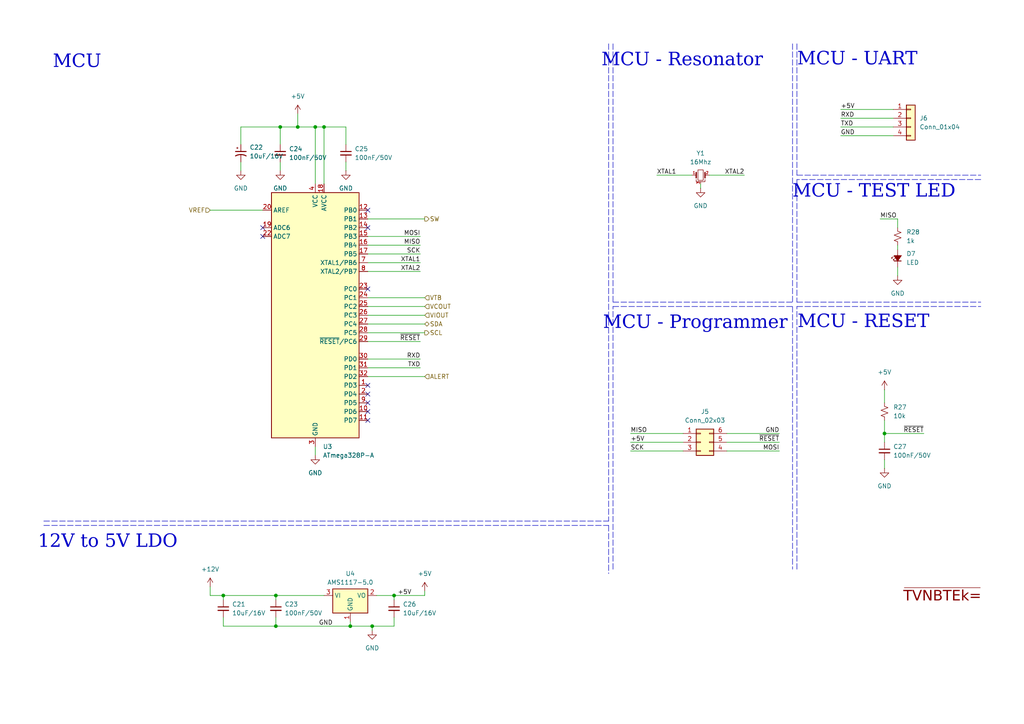
<source format=kicad_sch>
(kicad_sch
	(version 20231120)
	(generator "eeschema")
	(generator_version "8.0")
	(uuid "4e558b55-7a64-4ae4-83b9-aed3015c609c")
	(paper "A4")
	(title_block
		(title "Raven-I Sentinel")
		(date "2024-11-23")
		(company "M S Ali")
	)
	(lib_symbols
		(symbol "BQ76925_ATMEGA328P_6S_20A_BMS:+12V"
			(power)
			(pin_numbers hide)
			(pin_names
				(offset 0) hide)
			(exclude_from_sim no)
			(in_bom yes)
			(on_board yes)
			(property "Reference" "#PWR"
				(at 0 -3.81 0)
				(effects
					(font
						(size 1.27 1.27)
					)
					(hide yes)
				)
			)
			(property "Value" "+12V"
				(at 0 3.556 0)
				(effects
					(font
						(size 1.27 1.27)
					)
				)
			)
			(property "Footprint" ""
				(at 0 0 0)
				(effects
					(font
						(size 1.27 1.27)
					)
					(hide yes)
				)
			)
			(property "Datasheet" ""
				(at 0 0 0)
				(effects
					(font
						(size 1.27 1.27)
					)
					(hide yes)
				)
			)
			(property "Description" "Power symbol creates a global label with name \"+12V\""
				(at 0 0 0)
				(effects
					(font
						(size 1.27 1.27)
					)
					(hide yes)
				)
			)
			(property "ki_keywords" "global power"
				(at 0 0 0)
				(effects
					(font
						(size 1.27 1.27)
					)
					(hide yes)
				)
			)
			(symbol "+12V_0_1"
				(polyline
					(pts
						(xy -0.762 1.27) (xy 0 2.54)
					)
					(stroke
						(width 0)
						(type default)
					)
					(fill
						(type none)
					)
				)
				(polyline
					(pts
						(xy 0 0) (xy 0 2.54)
					)
					(stroke
						(width 0)
						(type default)
					)
					(fill
						(type none)
					)
				)
				(polyline
					(pts
						(xy 0 2.54) (xy 0.762 1.27)
					)
					(stroke
						(width 0)
						(type default)
					)
					(fill
						(type none)
					)
				)
			)
			(symbol "+12V_1_1"
				(pin power_in line
					(at 0 0 90)
					(length 0)
					(name "~"
						(effects
							(font
								(size 1.27 1.27)
							)
						)
					)
					(number "1"
						(effects
							(font
								(size 1.27 1.27)
							)
						)
					)
				)
			)
		)
		(symbol "BQ76925_ATMEGA328P_6S_20A_BMS:+5V"
			(power)
			(pin_numbers hide)
			(pin_names
				(offset 0) hide)
			(exclude_from_sim no)
			(in_bom yes)
			(on_board yes)
			(property "Reference" "#PWR"
				(at 0 -3.81 0)
				(effects
					(font
						(size 1.27 1.27)
					)
					(hide yes)
				)
			)
			(property "Value" "+5V"
				(at 0 3.556 0)
				(effects
					(font
						(size 1.27 1.27)
					)
				)
			)
			(property "Footprint" ""
				(at 0 0 0)
				(effects
					(font
						(size 1.27 1.27)
					)
					(hide yes)
				)
			)
			(property "Datasheet" ""
				(at 0 0 0)
				(effects
					(font
						(size 1.27 1.27)
					)
					(hide yes)
				)
			)
			(property "Description" "Power symbol creates a global label with name \"+5V\""
				(at 0 0 0)
				(effects
					(font
						(size 1.27 1.27)
					)
					(hide yes)
				)
			)
			(property "ki_keywords" "global power"
				(at 0 0 0)
				(effects
					(font
						(size 1.27 1.27)
					)
					(hide yes)
				)
			)
			(symbol "+5V_0_1"
				(polyline
					(pts
						(xy -0.762 1.27) (xy 0 2.54)
					)
					(stroke
						(width 0)
						(type default)
					)
					(fill
						(type none)
					)
				)
				(polyline
					(pts
						(xy 0 0) (xy 0 2.54)
					)
					(stroke
						(width 0)
						(type default)
					)
					(fill
						(type none)
					)
				)
				(polyline
					(pts
						(xy 0 2.54) (xy 0.762 1.27)
					)
					(stroke
						(width 0)
						(type default)
					)
					(fill
						(type none)
					)
				)
			)
			(symbol "+5V_1_1"
				(pin power_in line
					(at 0 0 90)
					(length 0)
					(name "~"
						(effects
							(font
								(size 1.27 1.27)
							)
						)
					)
					(number "1"
						(effects
							(font
								(size 1.27 1.27)
							)
						)
					)
				)
			)
		)
		(symbol "BQ76925_ATMEGA328P_6S_20A_BMS:AMS1117-5.0"
			(exclude_from_sim no)
			(in_bom yes)
			(on_board yes)
			(property "Reference" "U3"
				(at 0 6.35 0)
				(effects
					(font
						(size 1.27 1.27)
					)
				)
			)
			(property "Value" "AMS1117-5.0"
				(at 0 3.81 0)
				(effects
					(font
						(size 1.27 1.27)
					)
				)
			)
			(property "Footprint" "Package_TO_SOT_SMD:SOT-223-3_TabPin2"
				(at 0 5.08 0)
				(effects
					(font
						(size 1.27 1.27)
					)
					(hide yes)
				)
			)
			(property "Datasheet" "http://www.advanced-monolithic.com/pdf/ds1117.pdf"
				(at 2.54 -6.35 0)
				(effects
					(font
						(size 1.27 1.27)
					)
					(hide yes)
				)
			)
			(property "Description" "1A Low Dropout regulator, positive, 5.0V fixed output, SOT-223"
				(at 0 0 0)
				(effects
					(font
						(size 1.27 1.27)
					)
					(hide yes)
				)
			)
			(property "ki_keywords" "linear regulator ldo fixed positive"
				(at 0 0 0)
				(effects
					(font
						(size 1.27 1.27)
					)
					(hide yes)
				)
			)
			(property "ki_fp_filters" "SOT?223*TabPin2*"
				(at 0 0 0)
				(effects
					(font
						(size 1.27 1.27)
					)
					(hide yes)
				)
			)
			(symbol "AMS1117-5.0_0_1"
				(rectangle
					(start -5.08 -5.08)
					(end 5.08 1.905)
					(stroke
						(width 0.254)
						(type default)
					)
					(fill
						(type background)
					)
				)
			)
			(symbol "AMS1117-5.0_1_1"
				(pin power_in line
					(at 0 -7.62 90)
					(length 2.54)
					(name "GND"
						(effects
							(font
								(size 1.27 1.27)
							)
						)
					)
					(number "1"
						(effects
							(font
								(size 1.27 1.27)
							)
						)
					)
				)
				(pin power_out line
					(at 7.62 0 180)
					(length 2.54)
					(name "VO"
						(effects
							(font
								(size 1.27 1.27)
							)
						)
					)
					(number "2"
						(effects
							(font
								(size 1.27 1.27)
							)
						)
					)
				)
				(pin power_in line
					(at -7.62 0 0)
					(length 2.54)
					(name "VI"
						(effects
							(font
								(size 1.27 1.27)
							)
						)
					)
					(number "3"
						(effects
							(font
								(size 1.27 1.27)
							)
						)
					)
				)
			)
		)
		(symbol "BQ76925_ATMEGA328P_6S_20A_BMS:ATmega328P-A"
			(exclude_from_sim no)
			(in_bom yes)
			(on_board yes)
			(property "Reference" "U2"
				(at 2.1941 -38.1 0)
				(effects
					(font
						(size 1.27 1.27)
					)
					(justify left)
				)
			)
			(property "Value" "ATmega328P-A"
				(at 2.1941 -40.64 0)
				(effects
					(font
						(size 1.27 1.27)
					)
					(justify left)
				)
			)
			(property "Footprint" "Package_QFP:TQFP-32_7x7mm_P0.8mm"
				(at 0 0 0)
				(effects
					(font
						(size 1.27 1.27)
						(italic yes)
					)
					(hide yes)
				)
			)
			(property "Datasheet" "https://www.microchip.com/en-us/product/atmega328p"
				(at 0 0 0)
				(effects
					(font
						(size 1.27 1.27)
					)
					(hide yes)
				)
			)
			(property "Description" "20MHz, 32kB Flash, 2kB SRAM, 1kB EEPROM, TQFP-32"
				(at 0 0 0)
				(effects
					(font
						(size 1.27 1.27)
					)
					(hide yes)
				)
			)
			(property "ki_keywords" "AVR 8bit Microcontroller MegaAVR PicoPower"
				(at 0 0 0)
				(effects
					(font
						(size 1.27 1.27)
					)
					(hide yes)
				)
			)
			(property "ki_fp_filters" "TQFP*7x7mm*P0.8mm*"
				(at 0 0 0)
				(effects
					(font
						(size 1.27 1.27)
					)
					(hide yes)
				)
			)
			(symbol "ATmega328P-A_0_1"
				(rectangle
					(start -12.7 -35.56)
					(end 12.7 35.56)
					(stroke
						(width 0.254)
						(type default)
					)
					(fill
						(type background)
					)
				)
			)
			(symbol "ATmega328P-A_1_1"
				(pin bidirectional line
					(at 15.24 -20.32 180)
					(length 2.54)
					(name "PD3"
						(effects
							(font
								(size 1.27 1.27)
							)
						)
					)
					(number "1"
						(effects
							(font
								(size 1.27 1.27)
							)
						)
					)
				)
				(pin bidirectional line
					(at 15.24 -27.94 180)
					(length 2.54)
					(name "PD6"
						(effects
							(font
								(size 1.27 1.27)
							)
						)
					)
					(number "10"
						(effects
							(font
								(size 1.27 1.27)
							)
						)
					)
				)
				(pin bidirectional line
					(at 15.24 -30.48 180)
					(length 2.54)
					(name "PD7"
						(effects
							(font
								(size 1.27 1.27)
							)
						)
					)
					(number "11"
						(effects
							(font
								(size 1.27 1.27)
							)
						)
					)
				)
				(pin bidirectional line
					(at 15.24 30.48 180)
					(length 2.54)
					(name "PB0"
						(effects
							(font
								(size 1.27 1.27)
							)
						)
					)
					(number "12"
						(effects
							(font
								(size 1.27 1.27)
							)
						)
					)
				)
				(pin bidirectional line
					(at 15.24 27.94 180)
					(length 2.54)
					(name "PB1"
						(effects
							(font
								(size 1.27 1.27)
							)
						)
					)
					(number "13"
						(effects
							(font
								(size 1.27 1.27)
							)
						)
					)
				)
				(pin bidirectional line
					(at 15.24 25.4 180)
					(length 2.54)
					(name "PB2"
						(effects
							(font
								(size 1.27 1.27)
							)
						)
					)
					(number "14"
						(effects
							(font
								(size 1.27 1.27)
							)
						)
					)
				)
				(pin bidirectional line
					(at 15.24 22.86 180)
					(length 2.54)
					(name "PB3"
						(effects
							(font
								(size 1.27 1.27)
							)
						)
					)
					(number "15"
						(effects
							(font
								(size 1.27 1.27)
							)
						)
					)
				)
				(pin bidirectional line
					(at 15.24 20.32 180)
					(length 2.54)
					(name "PB4"
						(effects
							(font
								(size 1.27 1.27)
							)
						)
					)
					(number "16"
						(effects
							(font
								(size 1.27 1.27)
							)
						)
					)
				)
				(pin bidirectional line
					(at 15.24 17.78 180)
					(length 2.54)
					(name "PB5"
						(effects
							(font
								(size 1.27 1.27)
							)
						)
					)
					(number "17"
						(effects
							(font
								(size 1.27 1.27)
							)
						)
					)
				)
				(pin power_in line
					(at 2.54 38.1 270)
					(length 2.54)
					(name "AVCC"
						(effects
							(font
								(size 1.27 1.27)
							)
						)
					)
					(number "18"
						(effects
							(font
								(size 1.27 1.27)
							)
						)
					)
				)
				(pin input line
					(at -15.24 25.4 0)
					(length 2.54)
					(name "ADC6"
						(effects
							(font
								(size 1.27 1.27)
							)
						)
					)
					(number "19"
						(effects
							(font
								(size 1.27 1.27)
							)
						)
					)
				)
				(pin bidirectional line
					(at 15.24 -22.86 180)
					(length 2.54)
					(name "PD4"
						(effects
							(font
								(size 1.27 1.27)
							)
						)
					)
					(number "2"
						(effects
							(font
								(size 1.27 1.27)
							)
						)
					)
				)
				(pin passive line
					(at -15.24 30.48 0)
					(length 2.54)
					(name "AREF"
						(effects
							(font
								(size 1.27 1.27)
							)
						)
					)
					(number "20"
						(effects
							(font
								(size 1.27 1.27)
							)
						)
					)
				)
				(pin passive line
					(at 0 -38.1 90)
					(length 2.54) hide
					(name "GND"
						(effects
							(font
								(size 1.27 1.27)
							)
						)
					)
					(number "21"
						(effects
							(font
								(size 1.27 1.27)
							)
						)
					)
				)
				(pin input line
					(at -15.24 22.86 0)
					(length 2.54)
					(name "ADC7"
						(effects
							(font
								(size 1.27 1.27)
							)
						)
					)
					(number "22"
						(effects
							(font
								(size 1.27 1.27)
							)
						)
					)
				)
				(pin bidirectional line
					(at 15.24 7.62 180)
					(length 2.54)
					(name "PC0"
						(effects
							(font
								(size 1.27 1.27)
							)
						)
					)
					(number "23"
						(effects
							(font
								(size 1.27 1.27)
							)
						)
					)
				)
				(pin bidirectional line
					(at 15.24 5.08 180)
					(length 2.54)
					(name "PC1"
						(effects
							(font
								(size 1.27 1.27)
							)
						)
					)
					(number "24"
						(effects
							(font
								(size 1.27 1.27)
							)
						)
					)
				)
				(pin bidirectional line
					(at 15.24 2.54 180)
					(length 2.54)
					(name "PC2"
						(effects
							(font
								(size 1.27 1.27)
							)
						)
					)
					(number "25"
						(effects
							(font
								(size 1.27 1.27)
							)
						)
					)
				)
				(pin bidirectional line
					(at 15.24 0 180)
					(length 2.54)
					(name "PC3"
						(effects
							(font
								(size 1.27 1.27)
							)
						)
					)
					(number "26"
						(effects
							(font
								(size 1.27 1.27)
							)
						)
					)
				)
				(pin bidirectional line
					(at 15.24 -2.54 180)
					(length 2.54)
					(name "PC4"
						(effects
							(font
								(size 1.27 1.27)
							)
						)
					)
					(number "27"
						(effects
							(font
								(size 1.27 1.27)
							)
						)
					)
				)
				(pin bidirectional line
					(at 15.24 -5.08 180)
					(length 2.54)
					(name "PC5"
						(effects
							(font
								(size 1.27 1.27)
							)
						)
					)
					(number "28"
						(effects
							(font
								(size 1.27 1.27)
							)
						)
					)
				)
				(pin bidirectional line
					(at 15.24 -7.62 180)
					(length 2.54)
					(name "~{RESET}/PC6"
						(effects
							(font
								(size 1.27 1.27)
							)
						)
					)
					(number "29"
						(effects
							(font
								(size 1.27 1.27)
							)
						)
					)
				)
				(pin power_in line
					(at 0 -38.1 90)
					(length 2.54)
					(name "GND"
						(effects
							(font
								(size 1.27 1.27)
							)
						)
					)
					(number "3"
						(effects
							(font
								(size 1.27 1.27)
							)
						)
					)
				)
				(pin bidirectional line
					(at 15.24 -12.7 180)
					(length 2.54)
					(name "PD0"
						(effects
							(font
								(size 1.27 1.27)
							)
						)
					)
					(number "30"
						(effects
							(font
								(size 1.27 1.27)
							)
						)
					)
				)
				(pin bidirectional line
					(at 15.24 -15.24 180)
					(length 2.54)
					(name "PD1"
						(effects
							(font
								(size 1.27 1.27)
							)
						)
					)
					(number "31"
						(effects
							(font
								(size 1.27 1.27)
							)
						)
					)
				)
				(pin bidirectional line
					(at 15.24 -17.78 180)
					(length 2.54)
					(name "PD2"
						(effects
							(font
								(size 1.27 1.27)
							)
						)
					)
					(number "32"
						(effects
							(font
								(size 1.27 1.27)
							)
						)
					)
				)
				(pin power_in line
					(at 0 38.1 270)
					(length 2.54)
					(name "VCC"
						(effects
							(font
								(size 1.27 1.27)
							)
						)
					)
					(number "4"
						(effects
							(font
								(size 1.27 1.27)
							)
						)
					)
				)
				(pin passive line
					(at 0 -38.1 90)
					(length 2.54) hide
					(name "GND"
						(effects
							(font
								(size 1.27 1.27)
							)
						)
					)
					(number "5"
						(effects
							(font
								(size 1.27 1.27)
							)
						)
					)
				)
				(pin passive line
					(at 0 38.1 270)
					(length 2.54) hide
					(name "VCC"
						(effects
							(font
								(size 1.27 1.27)
							)
						)
					)
					(number "6"
						(effects
							(font
								(size 1.27 1.27)
							)
						)
					)
				)
				(pin bidirectional line
					(at 15.24 15.24 180)
					(length 2.54)
					(name "XTAL1/PB6"
						(effects
							(font
								(size 1.27 1.27)
							)
						)
					)
					(number "7"
						(effects
							(font
								(size 1.27 1.27)
							)
						)
					)
				)
				(pin bidirectional line
					(at 15.24 12.7 180)
					(length 2.54)
					(name "XTAL2/PB7"
						(effects
							(font
								(size 1.27 1.27)
							)
						)
					)
					(number "8"
						(effects
							(font
								(size 1.27 1.27)
							)
						)
					)
				)
				(pin bidirectional line
					(at 15.24 -25.4 180)
					(length 2.54)
					(name "PD5"
						(effects
							(font
								(size 1.27 1.27)
							)
						)
					)
					(number "9"
						(effects
							(font
								(size 1.27 1.27)
							)
						)
					)
				)
			)
		)
		(symbol "BQ76925_ATMEGA328P_6S_20A_BMS:C_Polarized_Small_US"
			(pin_numbers hide)
			(pin_names
				(offset 0.254) hide)
			(exclude_from_sim no)
			(in_bom yes)
			(on_board yes)
			(property "Reference" "C"
				(at 0.254 1.778 0)
				(effects
					(font
						(size 1.27 1.27)
					)
					(justify left)
				)
			)
			(property "Value" "C_Polarized_Small_US"
				(at 0.254 -2.032 0)
				(effects
					(font
						(size 1.27 1.27)
					)
					(justify left)
				)
			)
			(property "Footprint" ""
				(at 0 0 0)
				(effects
					(font
						(size 1.27 1.27)
					)
					(hide yes)
				)
			)
			(property "Datasheet" "~"
				(at 0 0 0)
				(effects
					(font
						(size 1.27 1.27)
					)
					(hide yes)
				)
			)
			(property "Description" "Polarized capacitor, small US symbol"
				(at 0 0 0)
				(effects
					(font
						(size 1.27 1.27)
					)
					(hide yes)
				)
			)
			(property "ki_keywords" "cap capacitor"
				(at 0 0 0)
				(effects
					(font
						(size 1.27 1.27)
					)
					(hide yes)
				)
			)
			(property "ki_fp_filters" "CP_*"
				(at 0 0 0)
				(effects
					(font
						(size 1.27 1.27)
					)
					(hide yes)
				)
			)
			(symbol "C_Polarized_Small_US_0_1"
				(polyline
					(pts
						(xy -1.524 0.508) (xy 1.524 0.508)
					)
					(stroke
						(width 0.3048)
						(type default)
					)
					(fill
						(type none)
					)
				)
				(polyline
					(pts
						(xy -1.27 1.524) (xy -0.762 1.524)
					)
					(stroke
						(width 0)
						(type default)
					)
					(fill
						(type none)
					)
				)
				(polyline
					(pts
						(xy -1.016 1.27) (xy -1.016 1.778)
					)
					(stroke
						(width 0)
						(type default)
					)
					(fill
						(type none)
					)
				)
				(arc
					(start 1.524 -0.762)
					(mid 0 -0.3734)
					(end -1.524 -0.762)
					(stroke
						(width 0.3048)
						(type default)
					)
					(fill
						(type none)
					)
				)
			)
			(symbol "C_Polarized_Small_US_1_1"
				(pin passive line
					(at 0 2.54 270)
					(length 2.032)
					(name "~"
						(effects
							(font
								(size 1.27 1.27)
							)
						)
					)
					(number "1"
						(effects
							(font
								(size 1.27 1.27)
							)
						)
					)
				)
				(pin passive line
					(at 0 -2.54 90)
					(length 2.032)
					(name "~"
						(effects
							(font
								(size 1.27 1.27)
							)
						)
					)
					(number "2"
						(effects
							(font
								(size 1.27 1.27)
							)
						)
					)
				)
			)
		)
		(symbol "BQ76925_ATMEGA328P_6S_20A_BMS:C_Small"
			(pin_numbers hide)
			(pin_names
				(offset 0.254) hide)
			(exclude_from_sim no)
			(in_bom yes)
			(on_board yes)
			(property "Reference" "C"
				(at 0.254 1.778 0)
				(effects
					(font
						(size 1.27 1.27)
					)
					(justify left)
				)
			)
			(property "Value" "C_Small"
				(at 0.254 -2.032 0)
				(effects
					(font
						(size 1.27 1.27)
					)
					(justify left)
				)
			)
			(property "Footprint" ""
				(at 0 0 0)
				(effects
					(font
						(size 1.27 1.27)
					)
					(hide yes)
				)
			)
			(property "Datasheet" "~"
				(at 0 0 0)
				(effects
					(font
						(size 1.27 1.27)
					)
					(hide yes)
				)
			)
			(property "Description" "Unpolarized capacitor, small symbol"
				(at 0 0 0)
				(effects
					(font
						(size 1.27 1.27)
					)
					(hide yes)
				)
			)
			(property "ki_keywords" "capacitor cap"
				(at 0 0 0)
				(effects
					(font
						(size 1.27 1.27)
					)
					(hide yes)
				)
			)
			(property "ki_fp_filters" "C_*"
				(at 0 0 0)
				(effects
					(font
						(size 1.27 1.27)
					)
					(hide yes)
				)
			)
			(symbol "C_Small_0_1"
				(polyline
					(pts
						(xy -1.524 -0.508) (xy 1.524 -0.508)
					)
					(stroke
						(width 0.3302)
						(type default)
					)
					(fill
						(type none)
					)
				)
				(polyline
					(pts
						(xy -1.524 0.508) (xy 1.524 0.508)
					)
					(stroke
						(width 0.3048)
						(type default)
					)
					(fill
						(type none)
					)
				)
			)
			(symbol "C_Small_1_1"
				(pin passive line
					(at 0 2.54 270)
					(length 2.032)
					(name "~"
						(effects
							(font
								(size 1.27 1.27)
							)
						)
					)
					(number "1"
						(effects
							(font
								(size 1.27 1.27)
							)
						)
					)
				)
				(pin passive line
					(at 0 -2.54 90)
					(length 2.032)
					(name "~"
						(effects
							(font
								(size 1.27 1.27)
							)
						)
					)
					(number "2"
						(effects
							(font
								(size 1.27 1.27)
							)
						)
					)
				)
			)
		)
		(symbol "BQ76925_ATMEGA328P_6S_20A_BMS:Conn_01x04"
			(pin_names
				(offset 1.016) hide)
			(exclude_from_sim no)
			(in_bom yes)
			(on_board yes)
			(property "Reference" "J"
				(at 0 5.08 0)
				(effects
					(font
						(size 1.27 1.27)
					)
				)
			)
			(property "Value" "Conn_01x04"
				(at 0 -7.62 0)
				(effects
					(font
						(size 1.27 1.27)
					)
				)
			)
			(property "Footprint" ""
				(at 0 0 0)
				(effects
					(font
						(size 1.27 1.27)
					)
					(hide yes)
				)
			)
			(property "Datasheet" "~"
				(at 0 0 0)
				(effects
					(font
						(size 1.27 1.27)
					)
					(hide yes)
				)
			)
			(property "Description" "Generic connector, single row, 01x04, script generated (kicad-library-utils/schlib/autogen/connector/)"
				(at 0 0 0)
				(effects
					(font
						(size 1.27 1.27)
					)
					(hide yes)
				)
			)
			(property "ki_keywords" "connector"
				(at 0 0 0)
				(effects
					(font
						(size 1.27 1.27)
					)
					(hide yes)
				)
			)
			(property "ki_fp_filters" "Connector*:*_1x??_*"
				(at 0 0 0)
				(effects
					(font
						(size 1.27 1.27)
					)
					(hide yes)
				)
			)
			(symbol "Conn_01x04_1_1"
				(rectangle
					(start -1.27 -4.953)
					(end 0 -5.207)
					(stroke
						(width 0.1524)
						(type default)
					)
					(fill
						(type none)
					)
				)
				(rectangle
					(start -1.27 -2.413)
					(end 0 -2.667)
					(stroke
						(width 0.1524)
						(type default)
					)
					(fill
						(type none)
					)
				)
				(rectangle
					(start -1.27 0.127)
					(end 0 -0.127)
					(stroke
						(width 0.1524)
						(type default)
					)
					(fill
						(type none)
					)
				)
				(rectangle
					(start -1.27 2.667)
					(end 0 2.413)
					(stroke
						(width 0.1524)
						(type default)
					)
					(fill
						(type none)
					)
				)
				(rectangle
					(start -1.27 3.81)
					(end 1.27 -6.35)
					(stroke
						(width 0.254)
						(type default)
					)
					(fill
						(type background)
					)
				)
				(pin passive line
					(at -5.08 2.54 0)
					(length 3.81)
					(name "Pin_1"
						(effects
							(font
								(size 1.27 1.27)
							)
						)
					)
					(number "1"
						(effects
							(font
								(size 1.27 1.27)
							)
						)
					)
				)
				(pin passive line
					(at -5.08 0 0)
					(length 3.81)
					(name "Pin_2"
						(effects
							(font
								(size 1.27 1.27)
							)
						)
					)
					(number "2"
						(effects
							(font
								(size 1.27 1.27)
							)
						)
					)
				)
				(pin passive line
					(at -5.08 -2.54 0)
					(length 3.81)
					(name "Pin_3"
						(effects
							(font
								(size 1.27 1.27)
							)
						)
					)
					(number "3"
						(effects
							(font
								(size 1.27 1.27)
							)
						)
					)
				)
				(pin passive line
					(at -5.08 -5.08 0)
					(length 3.81)
					(name "Pin_4"
						(effects
							(font
								(size 1.27 1.27)
							)
						)
					)
					(number "4"
						(effects
							(font
								(size 1.27 1.27)
							)
						)
					)
				)
			)
		)
		(symbol "BQ76925_ATMEGA328P_6S_20A_BMS:Conn_02x03_Counter_Clockwise"
			(pin_names
				(offset 1.016) hide)
			(exclude_from_sim no)
			(in_bom yes)
			(on_board yes)
			(property "Reference" "J"
				(at 1.27 5.08 0)
				(effects
					(font
						(size 1.27 1.27)
					)
				)
			)
			(property "Value" "Conn_02x03_Counter_Clockwise"
				(at 1.27 -5.08 0)
				(effects
					(font
						(size 1.27 1.27)
					)
				)
			)
			(property "Footprint" ""
				(at 0 0 0)
				(effects
					(font
						(size 1.27 1.27)
					)
					(hide yes)
				)
			)
			(property "Datasheet" "~"
				(at 0 0 0)
				(effects
					(font
						(size 1.27 1.27)
					)
					(hide yes)
				)
			)
			(property "Description" "Generic connector, double row, 02x03, counter clockwise pin numbering scheme (similar to DIP package numbering), script generated (kicad-library-utils/schlib/autogen/connector/)"
				(at 0 0 0)
				(effects
					(font
						(size 1.27 1.27)
					)
					(hide yes)
				)
			)
			(property "ki_keywords" "connector"
				(at 0 0 0)
				(effects
					(font
						(size 1.27 1.27)
					)
					(hide yes)
				)
			)
			(property "ki_fp_filters" "Connector*:*_2x??_*"
				(at 0 0 0)
				(effects
					(font
						(size 1.27 1.27)
					)
					(hide yes)
				)
			)
			(symbol "Conn_02x03_Counter_Clockwise_1_1"
				(rectangle
					(start -1.27 -2.413)
					(end 0 -2.667)
					(stroke
						(width 0.1524)
						(type default)
					)
					(fill
						(type none)
					)
				)
				(rectangle
					(start -1.27 0.127)
					(end 0 -0.127)
					(stroke
						(width 0.1524)
						(type default)
					)
					(fill
						(type none)
					)
				)
				(rectangle
					(start -1.27 2.667)
					(end 0 2.413)
					(stroke
						(width 0.1524)
						(type default)
					)
					(fill
						(type none)
					)
				)
				(rectangle
					(start -1.27 3.81)
					(end 3.81 -3.81)
					(stroke
						(width 0.254)
						(type default)
					)
					(fill
						(type background)
					)
				)
				(rectangle
					(start 3.81 -2.413)
					(end 2.54 -2.667)
					(stroke
						(width 0.1524)
						(type default)
					)
					(fill
						(type none)
					)
				)
				(rectangle
					(start 3.81 0.127)
					(end 2.54 -0.127)
					(stroke
						(width 0.1524)
						(type default)
					)
					(fill
						(type none)
					)
				)
				(rectangle
					(start 3.81 2.667)
					(end 2.54 2.413)
					(stroke
						(width 0.1524)
						(type default)
					)
					(fill
						(type none)
					)
				)
				(pin passive line
					(at -5.08 2.54 0)
					(length 3.81)
					(name "Pin_1"
						(effects
							(font
								(size 1.27 1.27)
							)
						)
					)
					(number "1"
						(effects
							(font
								(size 1.27 1.27)
							)
						)
					)
				)
				(pin passive line
					(at -5.08 0 0)
					(length 3.81)
					(name "Pin_2"
						(effects
							(font
								(size 1.27 1.27)
							)
						)
					)
					(number "2"
						(effects
							(font
								(size 1.27 1.27)
							)
						)
					)
				)
				(pin passive line
					(at -5.08 -2.54 0)
					(length 3.81)
					(name "Pin_3"
						(effects
							(font
								(size 1.27 1.27)
							)
						)
					)
					(number "3"
						(effects
							(font
								(size 1.27 1.27)
							)
						)
					)
				)
				(pin passive line
					(at 7.62 -2.54 180)
					(length 3.81)
					(name "Pin_4"
						(effects
							(font
								(size 1.27 1.27)
							)
						)
					)
					(number "4"
						(effects
							(font
								(size 1.27 1.27)
							)
						)
					)
				)
				(pin passive line
					(at 7.62 0 180)
					(length 3.81)
					(name "Pin_5"
						(effects
							(font
								(size 1.27 1.27)
							)
						)
					)
					(number "5"
						(effects
							(font
								(size 1.27 1.27)
							)
						)
					)
				)
				(pin passive line
					(at 7.62 2.54 180)
					(length 3.81)
					(name "Pin_6"
						(effects
							(font
								(size 1.27 1.27)
							)
						)
					)
					(number "6"
						(effects
							(font
								(size 1.27 1.27)
							)
						)
					)
				)
			)
		)
		(symbol "BQ76925_ATMEGA328P_6S_20A_BMS:Crystal_GND3_Small"
			(pin_names
				(offset 1.016) hide)
			(exclude_from_sim no)
			(in_bom yes)
			(on_board yes)
			(property "Reference" "Y"
				(at 0 5.08 0)
				(effects
					(font
						(size 1.27 1.27)
					)
				)
			)
			(property "Value" "Crystal_GND3_Small"
				(at 0 3.175 0)
				(effects
					(font
						(size 1.27 1.27)
					)
				)
			)
			(property "Footprint" ""
				(at 0 0 0)
				(effects
					(font
						(size 1.27 1.27)
					)
					(hide yes)
				)
			)
			(property "Datasheet" "~"
				(at 0 0 0)
				(effects
					(font
						(size 1.27 1.27)
					)
					(hide yes)
				)
			)
			(property "Description" "Three pin crystal, GND on pin 3, small symbol"
				(at 0 0 0)
				(effects
					(font
						(size 1.27 1.27)
					)
					(hide yes)
				)
			)
			(property "ki_keywords" "quartz ceramic resonator oscillator"
				(at 0 0 0)
				(effects
					(font
						(size 1.27 1.27)
					)
					(hide yes)
				)
			)
			(property "ki_fp_filters" "Crystal*"
				(at 0 0 0)
				(effects
					(font
						(size 1.27 1.27)
					)
					(hide yes)
				)
			)
			(symbol "Crystal_GND3_Small_0_1"
				(rectangle
					(start -0.762 -1.524)
					(end 0.762 1.524)
					(stroke
						(width 0)
						(type default)
					)
					(fill
						(type none)
					)
				)
				(polyline
					(pts
						(xy -1.27 -0.762) (xy -1.27 0.762)
					)
					(stroke
						(width 0.381)
						(type default)
					)
					(fill
						(type none)
					)
				)
				(polyline
					(pts
						(xy 1.27 -0.762) (xy 1.27 0.762)
					)
					(stroke
						(width 0.381)
						(type default)
					)
					(fill
						(type none)
					)
				)
				(polyline
					(pts
						(xy -1.27 -1.27) (xy -1.27 -1.905) (xy 1.27 -1.905) (xy 1.27 -1.27)
					)
					(stroke
						(width 0)
						(type default)
					)
					(fill
						(type none)
					)
				)
			)
			(symbol "Crystal_GND3_Small_1_1"
				(pin passive line
					(at -2.54 0 0)
					(length 1.27)
					(name "1"
						(effects
							(font
								(size 1.27 1.27)
							)
						)
					)
					(number "1"
						(effects
							(font
								(size 0.762 0.762)
							)
						)
					)
				)
				(pin passive line
					(at 2.54 0 180)
					(length 1.27)
					(name "2"
						(effects
							(font
								(size 1.27 1.27)
							)
						)
					)
					(number "2"
						(effects
							(font
								(size 0.762 0.762)
							)
						)
					)
				)
				(pin passive line
					(at 0 -2.54 90)
					(length 0.635)
					(name "3"
						(effects
							(font
								(size 1.27 1.27)
							)
						)
					)
					(number "3"
						(effects
							(font
								(size 0.762 0.762)
							)
						)
					)
				)
			)
		)
		(symbol "BQ76925_ATMEGA328P_6S_20A_BMS:GND"
			(power)
			(pin_numbers hide)
			(pin_names
				(offset 0) hide)
			(exclude_from_sim no)
			(in_bom yes)
			(on_board yes)
			(property "Reference" "#PWR"
				(at 0 -6.35 0)
				(effects
					(font
						(size 1.27 1.27)
					)
					(hide yes)
				)
			)
			(property "Value" "GND"
				(at 0 -3.81 0)
				(effects
					(font
						(size 1.27 1.27)
					)
				)
			)
			(property "Footprint" ""
				(at 0 0 0)
				(effects
					(font
						(size 1.27 1.27)
					)
					(hide yes)
				)
			)
			(property "Datasheet" ""
				(at 0 0 0)
				(effects
					(font
						(size 1.27 1.27)
					)
					(hide yes)
				)
			)
			(property "Description" "Power symbol creates a global label with name \"GND\" , ground"
				(at 0 0 0)
				(effects
					(font
						(size 1.27 1.27)
					)
					(hide yes)
				)
			)
			(property "ki_keywords" "global power"
				(at 0 0 0)
				(effects
					(font
						(size 1.27 1.27)
					)
					(hide yes)
				)
			)
			(symbol "GND_0_1"
				(polyline
					(pts
						(xy 0 0) (xy 0 -1.27) (xy 1.27 -1.27) (xy 0 -2.54) (xy -1.27 -1.27) (xy 0 -1.27)
					)
					(stroke
						(width 0)
						(type default)
					)
					(fill
						(type none)
					)
				)
			)
			(symbol "GND_1_1"
				(pin power_in line
					(at 0 0 270)
					(length 0)
					(name "~"
						(effects
							(font
								(size 1.27 1.27)
							)
						)
					)
					(number "1"
						(effects
							(font
								(size 1.27 1.27)
							)
						)
					)
				)
			)
		)
		(symbol "BQ76925_ATMEGA328P_6S_20A_BMS:LED_Small_Filled"
			(pin_numbers hide)
			(pin_names
				(offset 0.254) hide)
			(exclude_from_sim no)
			(in_bom yes)
			(on_board yes)
			(property "Reference" "D"
				(at -1.27 3.175 0)
				(effects
					(font
						(size 1.27 1.27)
					)
					(justify left)
				)
			)
			(property "Value" "LED_Small_Filled"
				(at -4.445 -2.54 0)
				(effects
					(font
						(size 1.27 1.27)
					)
					(justify left)
				)
			)
			(property "Footprint" ""
				(at 0 0 90)
				(effects
					(font
						(size 1.27 1.27)
					)
					(hide yes)
				)
			)
			(property "Datasheet" "~"
				(at 0 0 90)
				(effects
					(font
						(size 1.27 1.27)
					)
					(hide yes)
				)
			)
			(property "Description" "Light emitting diode, small symbol, filled shape"
				(at 0 0 0)
				(effects
					(font
						(size 1.27 1.27)
					)
					(hide yes)
				)
			)
			(property "ki_keywords" "LED diode light-emitting-diode"
				(at 0 0 0)
				(effects
					(font
						(size 1.27 1.27)
					)
					(hide yes)
				)
			)
			(property "ki_fp_filters" "LED* LED_SMD:* LED_THT:*"
				(at 0 0 0)
				(effects
					(font
						(size 1.27 1.27)
					)
					(hide yes)
				)
			)
			(symbol "LED_Small_Filled_0_1"
				(polyline
					(pts
						(xy -0.762 -1.016) (xy -0.762 1.016)
					)
					(stroke
						(width 0.254)
						(type default)
					)
					(fill
						(type none)
					)
				)
				(polyline
					(pts
						(xy 1.016 0) (xy -0.762 0)
					)
					(stroke
						(width 0)
						(type default)
					)
					(fill
						(type none)
					)
				)
				(polyline
					(pts
						(xy 0.762 -1.016) (xy -0.762 0) (xy 0.762 1.016) (xy 0.762 -1.016)
					)
					(stroke
						(width 0.254)
						(type default)
					)
					(fill
						(type outline)
					)
				)
				(polyline
					(pts
						(xy 0 0.762) (xy -0.508 1.27) (xy -0.254 1.27) (xy -0.508 1.27) (xy -0.508 1.016)
					)
					(stroke
						(width 0)
						(type default)
					)
					(fill
						(type none)
					)
				)
				(polyline
					(pts
						(xy 0.508 1.27) (xy 0 1.778) (xy 0.254 1.778) (xy 0 1.778) (xy 0 1.524)
					)
					(stroke
						(width 0)
						(type default)
					)
					(fill
						(type none)
					)
				)
			)
			(symbol "LED_Small_Filled_1_1"
				(pin passive line
					(at -2.54 0 0)
					(length 1.778)
					(name "K"
						(effects
							(font
								(size 1.27 1.27)
							)
						)
					)
					(number "1"
						(effects
							(font
								(size 1.27 1.27)
							)
						)
					)
				)
				(pin passive line
					(at 2.54 0 180)
					(length 1.778)
					(name "A"
						(effects
							(font
								(size 1.27 1.27)
							)
						)
					)
					(number "2"
						(effects
							(font
								(size 1.27 1.27)
							)
						)
					)
				)
			)
		)
		(symbol "BQ76925_ATMEGA328P_6S_20A_BMS:R_Small_US"
			(pin_numbers hide)
			(pin_names
				(offset 0.254) hide)
			(exclude_from_sim no)
			(in_bom yes)
			(on_board yes)
			(property "Reference" "R"
				(at 0.762 0.508 0)
				(effects
					(font
						(size 1.27 1.27)
					)
					(justify left)
				)
			)
			(property "Value" "R_Small_US"
				(at 0.762 -1.016 0)
				(effects
					(font
						(size 1.27 1.27)
					)
					(justify left)
				)
			)
			(property "Footprint" ""
				(at 0 0 0)
				(effects
					(font
						(size 1.27 1.27)
					)
					(hide yes)
				)
			)
			(property "Datasheet" "~"
				(at 0 0 0)
				(effects
					(font
						(size 1.27 1.27)
					)
					(hide yes)
				)
			)
			(property "Description" "Resistor, small US symbol"
				(at 0 0 0)
				(effects
					(font
						(size 1.27 1.27)
					)
					(hide yes)
				)
			)
			(property "ki_keywords" "r resistor"
				(at 0 0 0)
				(effects
					(font
						(size 1.27 1.27)
					)
					(hide yes)
				)
			)
			(property "ki_fp_filters" "R_*"
				(at 0 0 0)
				(effects
					(font
						(size 1.27 1.27)
					)
					(hide yes)
				)
			)
			(symbol "R_Small_US_1_1"
				(polyline
					(pts
						(xy 0 0) (xy 1.016 -0.381) (xy 0 -0.762) (xy -1.016 -1.143) (xy 0 -1.524)
					)
					(stroke
						(width 0)
						(type default)
					)
					(fill
						(type none)
					)
				)
				(polyline
					(pts
						(xy 0 1.524) (xy 1.016 1.143) (xy 0 0.762) (xy -1.016 0.381) (xy 0 0)
					)
					(stroke
						(width 0)
						(type default)
					)
					(fill
						(type none)
					)
				)
				(pin passive line
					(at 0 2.54 270)
					(length 1.016)
					(name "~"
						(effects
							(font
								(size 1.27 1.27)
							)
						)
					)
					(number "1"
						(effects
							(font
								(size 1.27 1.27)
							)
						)
					)
				)
				(pin passive line
					(at 0 -2.54 90)
					(length 1.016)
					(name "~"
						(effects
							(font
								(size 1.27 1.27)
							)
						)
					)
					(number "2"
						(effects
							(font
								(size 1.27 1.27)
							)
						)
					)
				)
			)
		)
	)
	(junction
		(at 101.6 181.61)
		(diameter 0)
		(color 0 0 0 0)
		(uuid "0399568e-6391-4fda-b76c-08da2e9319f6")
	)
	(junction
		(at 86.36 36.83)
		(diameter 0)
		(color 0 0 0 0)
		(uuid "197a3e38-b1f4-44a1-928c-dd6d9647aeb7")
	)
	(junction
		(at 64.77 172.72)
		(diameter 0)
		(color 0 0 0 0)
		(uuid "582c884c-d0a6-4fa7-a639-9c9dbd9ec90c")
	)
	(junction
		(at 81.28 36.83)
		(diameter 0)
		(color 0 0 0 0)
		(uuid "74ca699e-aa73-4fea-9570-5ab2f9b45c38")
	)
	(junction
		(at 80.01 181.61)
		(diameter 0)
		(color 0 0 0 0)
		(uuid "773395c8-690f-4911-80d0-904d1fd67f60")
	)
	(junction
		(at 114.3 172.72)
		(diameter 0)
		(color 0 0 0 0)
		(uuid "8e16f72c-a91b-4957-9ece-fb205ab9b90a")
	)
	(junction
		(at 80.01 172.72)
		(diameter 0)
		(color 0 0 0 0)
		(uuid "8e58ed5e-0a65-4ac3-af59-0398c9528125")
	)
	(junction
		(at 91.44 36.83)
		(diameter 0)
		(color 0 0 0 0)
		(uuid "8fbc8793-71a6-454f-81a7-fe5a879f121a")
	)
	(junction
		(at 93.98 36.83)
		(diameter 0)
		(color 0 0 0 0)
		(uuid "ad4f2971-e1b3-42a5-80c5-e6fb23352c91")
	)
	(junction
		(at 107.95 181.61)
		(diameter 0)
		(color 0 0 0 0)
		(uuid "b7fdee61-ff7d-4c0d-b1bb-c846e75d39b3")
	)
	(junction
		(at 256.54 125.73)
		(diameter 0)
		(color 0 0 0 0)
		(uuid "d05fff7c-37a3-4c94-b3e9-815892436f36")
	)
	(no_connect
		(at 106.68 60.96)
		(uuid "13f6c903-8723-4f47-9e2d-e724da8ee8e6")
	)
	(no_connect
		(at 106.68 121.92)
		(uuid "1f7d33a6-fea6-4d38-b6e4-b84e05ac90bc")
	)
	(no_connect
		(at 106.68 111.76)
		(uuid "3c055420-8d2f-448a-8d4c-4393c1718cb8")
	)
	(no_connect
		(at 106.68 114.3)
		(uuid "4a1e61e3-4117-4237-a83c-cc42057b5575")
	)
	(no_connect
		(at 76.2 68.58)
		(uuid "509d3b83-baae-4897-93be-63e182369c7d")
	)
	(no_connect
		(at 76.2 66.04)
		(uuid "7f462e5a-c6f3-40b4-8c68-2898e2c620e8")
	)
	(no_connect
		(at 106.68 83.82)
		(uuid "a0d89e2e-683d-4c93-bd1c-24d4ade9693e")
	)
	(no_connect
		(at 106.68 116.84)
		(uuid "b8d72359-f6c2-463e-ab06-06e057157b1d")
	)
	(no_connect
		(at 106.68 66.04)
		(uuid "dc0325d2-cc7b-40af-afb9-a88bfccdd546")
	)
	(no_connect
		(at 106.68 119.38)
		(uuid "f79fac1f-a87f-43f8-94c5-b032a9fa69ea")
	)
	(polyline
		(pts
			(xy 176.53 12.7) (xy 176.53 151.13)
		)
		(stroke
			(width 0)
			(type dash)
		)
		(uuid "05e1e31e-3b74-4783-b664-fd075c281b79")
	)
	(wire
		(pts
			(xy 81.28 36.83) (xy 81.28 41.91)
		)
		(stroke
			(width 0)
			(type default)
		)
		(uuid "0739b001-a742-4b30-acf8-9fb402ec40d3")
	)
	(wire
		(pts
			(xy 60.96 60.96) (xy 76.2 60.96)
		)
		(stroke
			(width 0)
			(type default)
		)
		(uuid "09428f05-4b84-4032-8e5b-80635e615a3d")
	)
	(wire
		(pts
			(xy 91.44 53.34) (xy 91.44 36.83)
		)
		(stroke
			(width 0)
			(type default)
		)
		(uuid "095df197-e2de-4498-a873-7955039348d6")
	)
	(wire
		(pts
			(xy 69.85 46.99) (xy 69.85 49.53)
		)
		(stroke
			(width 0)
			(type default)
		)
		(uuid "0a98a91d-6aa0-4c88-816d-f8e854056a14")
	)
	(wire
		(pts
			(xy 91.44 129.54) (xy 91.44 132.08)
		)
		(stroke
			(width 0)
			(type default)
		)
		(uuid "0b122c08-f43d-4645-9199-674d1e492283")
	)
	(wire
		(pts
			(xy 106.68 78.74) (xy 121.92 78.74)
		)
		(stroke
			(width 0)
			(type default)
		)
		(uuid "0c62c5a1-25ee-4cd1-b1ef-4184444613d5")
	)
	(wire
		(pts
			(xy 107.95 181.61) (xy 107.95 182.88)
		)
		(stroke
			(width 0)
			(type default)
		)
		(uuid "0d27ed5f-93a6-4b34-96d7-1dfb6067dbe3")
	)
	(wire
		(pts
			(xy 106.68 96.52) (xy 123.19 96.52)
		)
		(stroke
			(width 0)
			(type default)
		)
		(uuid "0dd57e6e-747d-4c0c-a26f-dbbf625bcf96")
	)
	(wire
		(pts
			(xy 260.35 77.47) (xy 260.35 80.01)
		)
		(stroke
			(width 0)
			(type default)
		)
		(uuid "0f4edcc0-c51e-4cd2-bd5c-321230b12208")
	)
	(wire
		(pts
			(xy 86.36 33.02) (xy 86.36 36.83)
		)
		(stroke
			(width 0)
			(type default)
		)
		(uuid "10efab3c-e0ba-4af8-875b-7909931215d6")
	)
	(wire
		(pts
			(xy 210.82 130.81) (xy 226.06 130.81)
		)
		(stroke
			(width 0)
			(type default)
		)
		(uuid "133f06fa-7a69-4ef7-a9e0-3d44c44f7c78")
	)
	(polyline
		(pts
			(xy 231.14 52.07) (xy 231.14 87.63)
		)
		(stroke
			(width 0)
			(type dash)
		)
		(uuid "1a5b38c2-af81-4b15-a4f4-d9a655df0551")
	)
	(wire
		(pts
			(xy 260.35 71.12) (xy 260.35 72.39)
		)
		(stroke
			(width 0)
			(type default)
		)
		(uuid "1fcc4acc-ca2e-453d-b7ac-17e328231bd0")
	)
	(polyline
		(pts
			(xy 231.14 87.63) (xy 284.48 87.63)
		)
		(stroke
			(width 0)
			(type dash)
		)
		(uuid "21ed5428-b7c2-4228-acca-54d75e555bfe")
	)
	(wire
		(pts
			(xy 256.54 133.35) (xy 256.54 135.89)
		)
		(stroke
			(width 0)
			(type default)
		)
		(uuid "2411d40c-bf19-4ef5-bf49-d388dd4dd827")
	)
	(wire
		(pts
			(xy 106.68 104.14) (xy 121.92 104.14)
		)
		(stroke
			(width 0)
			(type default)
		)
		(uuid "24877c62-4605-40e5-af84-70ef4091e8cd")
	)
	(wire
		(pts
			(xy 107.95 181.61) (xy 114.3 181.61)
		)
		(stroke
			(width 0)
			(type default)
		)
		(uuid "256e552c-8859-4ef8-912d-34c2d3e837e9")
	)
	(wire
		(pts
			(xy 256.54 125.73) (xy 267.97 125.73)
		)
		(stroke
			(width 0)
			(type default)
		)
		(uuid "289ed89e-bab1-43b2-a9da-45b941e69f0e")
	)
	(polyline
		(pts
			(xy 177.8 88.9) (xy 229.87 88.9)
		)
		(stroke
			(width 0)
			(type dash)
		)
		(uuid "297d9b79-8b3e-42fc-8eae-25edcb0a43ea")
	)
	(wire
		(pts
			(xy 182.88 125.73) (xy 198.12 125.73)
		)
		(stroke
			(width 0)
			(type default)
		)
		(uuid "2d602ddb-ee91-4979-8218-68e6f55f09ac")
	)
	(wire
		(pts
			(xy 81.28 46.99) (xy 81.28 49.53)
		)
		(stroke
			(width 0)
			(type default)
		)
		(uuid "2dac5e01-8e14-4be1-849b-dfcb0b736108")
	)
	(wire
		(pts
			(xy 86.36 36.83) (xy 81.28 36.83)
		)
		(stroke
			(width 0)
			(type default)
		)
		(uuid "2e9fae4a-2461-4f34-b9bd-d46d48d33ea8")
	)
	(polyline
		(pts
			(xy 284.48 52.07) (xy 231.14 52.07)
		)
		(stroke
			(width 0)
			(type dash)
		)
		(uuid "346251b3-1323-4730-9cac-7e2a09fa3327")
	)
	(polyline
		(pts
			(xy 177.8 87.63) (xy 229.87 87.63)
		)
		(stroke
			(width 0)
			(type dash)
		)
		(uuid "37eb51c3-11ad-439d-8e1b-79b894794f91")
	)
	(wire
		(pts
			(xy 203.2 53.34) (xy 203.2 54.61)
		)
		(stroke
			(width 0)
			(type default)
		)
		(uuid "3cdc22c2-1061-4b6c-b0c0-ddb51cce7cda")
	)
	(polyline
		(pts
			(xy 231.14 88.9) (xy 284.48 88.9)
		)
		(stroke
			(width 0)
			(type dash)
		)
		(uuid "4067770b-5fd4-4fd4-a227-16cbcdab9234")
	)
	(polyline
		(pts
			(xy 176.53 152.4) (xy 176.53 166.37)
		)
		(stroke
			(width 0)
			(type dash)
		)
		(uuid "437aa49d-9934-48ba-943c-59b7537a08a6")
	)
	(wire
		(pts
			(xy 106.68 73.66) (xy 121.92 73.66)
		)
		(stroke
			(width 0)
			(type default)
		)
		(uuid "43de197f-547d-4fbb-911c-b151d109de4b")
	)
	(wire
		(pts
			(xy 190.5 50.8) (xy 200.66 50.8)
		)
		(stroke
			(width 0)
			(type default)
		)
		(uuid "46b8fab8-056f-4b9e-9f6a-a81405770ec9")
	)
	(wire
		(pts
			(xy 256.54 121.92) (xy 256.54 125.73)
		)
		(stroke
			(width 0)
			(type default)
		)
		(uuid "488e01ad-b4cd-4c36-a0bf-487acddb4327")
	)
	(wire
		(pts
			(xy 259.08 34.29) (xy 243.84 34.29)
		)
		(stroke
			(width 0)
			(type default)
		)
		(uuid "49ee867e-3f2d-41f6-9781-01488672f4eb")
	)
	(wire
		(pts
			(xy 100.33 36.83) (xy 100.33 41.91)
		)
		(stroke
			(width 0)
			(type default)
		)
		(uuid "4ae35bdb-b9e7-4afe-b404-35952800cfdd")
	)
	(wire
		(pts
			(xy 106.68 91.44) (xy 123.19 91.44)
		)
		(stroke
			(width 0)
			(type default)
		)
		(uuid "4ca03263-7159-40f1-b4d9-919bd594d08a")
	)
	(wire
		(pts
			(xy 80.01 179.07) (xy 80.01 181.61)
		)
		(stroke
			(width 0)
			(type default)
		)
		(uuid "4ca58f8e-d699-47c2-97d4-4af92037e6cf")
	)
	(wire
		(pts
			(xy 60.96 170.18) (xy 60.96 172.72)
		)
		(stroke
			(width 0)
			(type default)
		)
		(uuid "4d62f90a-c697-4aff-9fd0-181944adae86")
	)
	(polyline
		(pts
			(xy 229.87 12.7) (xy 229.87 87.63)
		)
		(stroke
			(width 0)
			(type dash)
		)
		(uuid "4d70e6ac-5944-4918-8663-062fd6729781")
	)
	(wire
		(pts
			(xy 101.6 180.34) (xy 101.6 181.61)
		)
		(stroke
			(width 0)
			(type default)
		)
		(uuid "4d93440e-fc17-498b-81d9-0722a8be7185")
	)
	(polyline
		(pts
			(xy 229.87 88.9) (xy 229.87 165.1)
		)
		(stroke
			(width 0)
			(type dash)
		)
		(uuid "4e6fae85-bc40-40fd-8bac-1f7338f0713e")
	)
	(wire
		(pts
			(xy 123.19 171.45) (xy 123.19 172.72)
		)
		(stroke
			(width 0)
			(type default)
		)
		(uuid "4fc4e4b2-6aa1-4909-82bb-d04496187a3d")
	)
	(polyline
		(pts
			(xy 231.14 12.7) (xy 231.14 50.8)
		)
		(stroke
			(width 0)
			(type dash)
		)
		(uuid "5204e8a2-e1d4-4838-b389-52902ee65f2e")
	)
	(wire
		(pts
			(xy 60.96 172.72) (xy 64.77 172.72)
		)
		(stroke
			(width 0)
			(type default)
		)
		(uuid "54958be7-0751-49e2-b4ac-e2bd23cb5eb8")
	)
	(wire
		(pts
			(xy 91.44 36.83) (xy 93.98 36.83)
		)
		(stroke
			(width 0)
			(type default)
		)
		(uuid "5612b300-8461-4af9-a00b-9f14e9da1328")
	)
	(wire
		(pts
			(xy 106.68 68.58) (xy 121.92 68.58)
		)
		(stroke
			(width 0)
			(type default)
		)
		(uuid "57e5e2cc-2e9f-4ba0-99d4-f4cc1f48113a")
	)
	(wire
		(pts
			(xy 64.77 173.99) (xy 64.77 172.72)
		)
		(stroke
			(width 0)
			(type default)
		)
		(uuid "5d25f5a4-de65-4cd2-8c4e-3606a3871ba9")
	)
	(wire
		(pts
			(xy 81.28 36.83) (xy 69.85 36.83)
		)
		(stroke
			(width 0)
			(type default)
		)
		(uuid "617ff485-b301-4855-a69b-60abadd99045")
	)
	(wire
		(pts
			(xy 64.77 179.07) (xy 64.77 181.61)
		)
		(stroke
			(width 0)
			(type default)
		)
		(uuid "636f868d-7cca-44e8-bc12-5381c9fc1f83")
	)
	(wire
		(pts
			(xy 109.22 172.72) (xy 114.3 172.72)
		)
		(stroke
			(width 0)
			(type default)
		)
		(uuid "655736fe-95c4-4e52-bb63-7099de4374d7")
	)
	(wire
		(pts
			(xy 80.01 172.72) (xy 93.98 172.72)
		)
		(stroke
			(width 0)
			(type default)
		)
		(uuid "65652c8c-114e-46ed-89ac-8c29255f4880")
	)
	(wire
		(pts
			(xy 106.68 71.12) (xy 121.92 71.12)
		)
		(stroke
			(width 0)
			(type default)
		)
		(uuid "65e7aa9d-cdc2-4b8f-9a63-7cff0309c5db")
	)
	(wire
		(pts
			(xy 106.68 86.36) (xy 123.19 86.36)
		)
		(stroke
			(width 0)
			(type default)
		)
		(uuid "65efb30b-fe6b-427a-834a-d5f27f10639c")
	)
	(wire
		(pts
			(xy 260.35 63.5) (xy 260.35 66.04)
		)
		(stroke
			(width 0)
			(type default)
		)
		(uuid "6749b09f-4c6a-4092-8beb-65b63d34c70f")
	)
	(wire
		(pts
			(xy 256.54 125.73) (xy 256.54 128.27)
		)
		(stroke
			(width 0)
			(type default)
		)
		(uuid "7081ee8a-32c7-4ced-b25d-9e67ce2b1ffb")
	)
	(polyline
		(pts
			(xy 12.7 152.4) (xy 176.53 152.4)
		)
		(stroke
			(width 0)
			(type dash)
		)
		(uuid "72732ecd-1ae2-4d92-86ef-82861770103b")
	)
	(wire
		(pts
			(xy 106.68 76.2) (xy 121.92 76.2)
		)
		(stroke
			(width 0)
			(type default)
		)
		(uuid "75a125c9-84c3-48ba-aa39-4c38ab33d921")
	)
	(polyline
		(pts
			(xy 12.7 151.13) (xy 176.53 151.13)
		)
		(stroke
			(width 0)
			(type dash)
		)
		(uuid "75c26376-bfca-4531-9733-8ef0b19e3779")
	)
	(wire
		(pts
			(xy 106.68 88.9) (xy 123.19 88.9)
		)
		(stroke
			(width 0)
			(type default)
		)
		(uuid "7915398b-4ff8-4488-8b5b-bdd40648efa2")
	)
	(wire
		(pts
			(xy 64.77 181.61) (xy 80.01 181.61)
		)
		(stroke
			(width 0)
			(type default)
		)
		(uuid "7c76e69e-87fb-4317-99f5-8e6485d7878a")
	)
	(wire
		(pts
			(xy 101.6 181.61) (xy 107.95 181.61)
		)
		(stroke
			(width 0)
			(type default)
		)
		(uuid "7e188eea-1fc5-4eee-93e4-da32f7aa3862")
	)
	(wire
		(pts
			(xy 80.01 173.99) (xy 80.01 172.72)
		)
		(stroke
			(width 0)
			(type default)
		)
		(uuid "7ed0a33a-b6e3-4381-989c-0d5007488a47")
	)
	(wire
		(pts
			(xy 243.84 39.37) (xy 259.08 39.37)
		)
		(stroke
			(width 0)
			(type default)
		)
		(uuid "8582f57b-ae11-4146-9f26-bec1cf4182cd")
	)
	(wire
		(pts
			(xy 106.68 93.98) (xy 123.19 93.98)
		)
		(stroke
			(width 0)
			(type default)
		)
		(uuid "87c0c6fe-ed8e-4a40-af73-fdd9088edc40")
	)
	(wire
		(pts
			(xy 106.68 99.06) (xy 121.92 99.06)
		)
		(stroke
			(width 0)
			(type default)
		)
		(uuid "87e5bba4-a1d1-4e41-ae98-008e3794e621")
	)
	(wire
		(pts
			(xy 114.3 179.07) (xy 114.3 181.61)
		)
		(stroke
			(width 0)
			(type default)
		)
		(uuid "886ab69e-5629-4db5-b042-85a2ea983d3b")
	)
	(wire
		(pts
			(xy 106.68 109.22) (xy 123.19 109.22)
		)
		(stroke
			(width 0)
			(type default)
		)
		(uuid "8bd65c86-ea22-461f-999a-f2f9a73b10eb")
	)
	(wire
		(pts
			(xy 210.82 128.27) (xy 226.06 128.27)
		)
		(stroke
			(width 0)
			(type default)
		)
		(uuid "8bfdcf0d-4fb4-4fa0-923f-282e6b93709b")
	)
	(polyline
		(pts
			(xy 177.8 12.7) (xy 177.8 87.63)
		)
		(stroke
			(width 0)
			(type dash)
		)
		(uuid "8edb0d79-ad1f-4368-86f7-9c8c8a26d834")
	)
	(wire
		(pts
			(xy 100.33 46.99) (xy 100.33 49.53)
		)
		(stroke
			(width 0)
			(type default)
		)
		(uuid "925e22c0-1368-4df7-8918-0e079285ce8c")
	)
	(wire
		(pts
			(xy 80.01 181.61) (xy 101.6 181.61)
		)
		(stroke
			(width 0)
			(type default)
		)
		(uuid "9497478f-4b13-417f-8b1f-ad19bb480a29")
	)
	(wire
		(pts
			(xy 64.77 172.72) (xy 80.01 172.72)
		)
		(stroke
			(width 0)
			(type default)
		)
		(uuid "96f46385-e5d7-4a64-8985-2e8063430011")
	)
	(wire
		(pts
			(xy 256.54 113.03) (xy 256.54 116.84)
		)
		(stroke
			(width 0)
			(type default)
		)
		(uuid "9d2a4840-34f3-41f2-bb63-b9ff0b6da8b4")
	)
	(wire
		(pts
			(xy 205.74 50.8) (xy 215.9 50.8)
		)
		(stroke
			(width 0)
			(type default)
		)
		(uuid "9e0fab85-720b-4926-a227-ece9ecb09bfa")
	)
	(wire
		(pts
			(xy 106.68 63.5) (xy 123.19 63.5)
		)
		(stroke
			(width 0)
			(type default)
		)
		(uuid "a29d71b4-ea9b-4997-b91f-321886999a0f")
	)
	(wire
		(pts
			(xy 210.82 125.73) (xy 226.06 125.73)
		)
		(stroke
			(width 0)
			(type default)
		)
		(uuid "b0204b09-e33f-4f99-8ee2-3aba0a89c10e")
	)
	(polyline
		(pts
			(xy 177.8 165.1) (xy 177.8 88.9)
		)
		(stroke
			(width 0)
			(type dash)
		)
		(uuid "bd82a78c-5b0c-4c58-941c-ac8f800e6b0c")
	)
	(wire
		(pts
			(xy 255.27 63.5) (xy 260.35 63.5)
		)
		(stroke
			(width 0)
			(type default)
		)
		(uuid "bea25b05-baf7-49f5-b3da-18c92787be98")
	)
	(wire
		(pts
			(xy 259.08 36.83) (xy 243.84 36.83)
		)
		(stroke
			(width 0)
			(type default)
		)
		(uuid "bef45b18-fff2-4d7d-b86d-ef2b34e63b23")
	)
	(polyline
		(pts
			(xy 231.14 165.1) (xy 231.14 88.9)
		)
		(stroke
			(width 0)
			(type dash)
		)
		(uuid "c0778fcf-0a76-4c03-a552-16909f2129d7")
	)
	(wire
		(pts
			(xy 69.85 36.83) (xy 69.85 41.91)
		)
		(stroke
			(width 0)
			(type default)
		)
		(uuid "c27df087-26b6-4186-835e-2140332303b6")
	)
	(wire
		(pts
			(xy 243.84 31.75) (xy 259.08 31.75)
		)
		(stroke
			(width 0)
			(type default)
		)
		(uuid "cb754541-1839-4109-91f7-80a6dc889dd8")
	)
	(polyline
		(pts
			(xy 231.14 50.8) (xy 284.48 50.8)
		)
		(stroke
			(width 0)
			(type dash)
		)
		(uuid "ce24927c-d39f-4c30-a291-0983527469e6")
	)
	(wire
		(pts
			(xy 106.68 106.68) (xy 121.92 106.68)
		)
		(stroke
			(width 0)
			(type default)
		)
		(uuid "e2bc11ae-4857-4236-988c-2526c56bf823")
	)
	(wire
		(pts
			(xy 182.88 130.81) (xy 198.12 130.81)
		)
		(stroke
			(width 0)
			(type default)
		)
		(uuid "e4c24e14-341e-4a77-948b-bc3121ad3c9e")
	)
	(wire
		(pts
			(xy 93.98 36.83) (xy 100.33 36.83)
		)
		(stroke
			(width 0)
			(type default)
		)
		(uuid "e84bdc5a-45f7-4779-8fc9-8cbbc15928df")
	)
	(wire
		(pts
			(xy 91.44 36.83) (xy 86.36 36.83)
		)
		(stroke
			(width 0)
			(type default)
		)
		(uuid "eee2727f-3be7-43c9-8ad7-55115863411c")
	)
	(wire
		(pts
			(xy 93.98 53.34) (xy 93.98 36.83)
		)
		(stroke
			(width 0)
			(type default)
		)
		(uuid "f1152ff0-dfeb-406a-9eeb-3bb522cbe82f")
	)
	(wire
		(pts
			(xy 114.3 172.72) (xy 114.3 173.99)
		)
		(stroke
			(width 0)
			(type default)
		)
		(uuid "f9c9e4f1-c70d-4981-99b4-be225147323c")
	)
	(wire
		(pts
			(xy 182.88 128.27) (xy 198.12 128.27)
		)
		(stroke
			(width 0)
			(type default)
		)
		(uuid "fc7e66f8-a8d7-4921-8bb6-0d287f529161")
	)
	(wire
		(pts
			(xy 114.3 172.72) (xy 123.19 172.72)
		)
		(stroke
			(width 0)
			(type default)
		)
		(uuid "fea093a9-9fbe-4aa5-baf8-1750ce4a55f9")
	)
	(text "~{TVNBTEk=}"
		(exclude_from_sim no)
		(at 273.304 174.244 0)
		(effects
			(font
				(face "Symbol")
				(size 3 3)
				(color 132 0 0 1)
			)
		)
		(uuid "5d1526ce-cf14-4df4-be7e-a641f597a98b")
	)
	(text "MCU - Resonator"
		(exclude_from_sim no)
		(at 197.866 18.542 0)
		(effects
			(font
				(face "Times New Roman")
				(size 3.81 3.81)
			)
		)
		(uuid "7d4931ac-eb77-44e9-8359-cf1b56a516be")
	)
	(text "MCU"
		(exclude_from_sim no)
		(at 22.352 19.05 0)
		(effects
			(font
				(face "Times New Roman")
				(size 3.81 3.81)
			)
		)
		(uuid "8bff1b3d-7890-44d2-a690-1ab8b2340a8d")
	)
	(text "MCU - UART"
		(exclude_from_sim no)
		(at 248.666 18.288 0)
		(effects
			(font
				(face "Times New Roman")
				(size 3.81 3.81)
			)
		)
		(uuid "951ead72-3835-4a26-a530-9c0de2ba294f")
	)
	(text "MCU - TEST LED"
		(exclude_from_sim no)
		(at 253.492 56.642 0)
		(effects
			(font
				(face "Times New Roman")
				(size 3.81 3.81)
			)
		)
		(uuid "c6e8a97b-7006-4cdf-9641-ddc5ed3b3204")
	)
	(text "MCU - Programmer"
		(exclude_from_sim no)
		(at 201.676 94.742 0)
		(effects
			(font
				(face "Times New Roman")
				(size 3.81 3.81)
			)
		)
		(uuid "ca1e2758-a879-47d9-b70e-695668f54914")
	)
	(text "MCU - RESET"
		(exclude_from_sim no)
		(at 250.444 94.488 0)
		(effects
			(font
				(face "Times New Roman")
				(size 3.81 3.81)
			)
		)
		(uuid "e02e0c8f-624f-443e-af8d-c52a785554f0")
	)
	(text "12V to 5V LDO"
		(exclude_from_sim no)
		(at 31.242 158.242 0)
		(effects
			(font
				(face "Times New Roman")
				(size 3.81 3.81)
			)
		)
		(uuid "f2769439-ab34-4ee2-8553-c05abe93ed22")
	)
	(label "TXD"
		(at 243.84 36.83 0)
		(fields_autoplaced yes)
		(effects
			(font
				(size 1.27 1.27)
			)
			(justify left bottom)
		)
		(uuid "0fe5b9cf-759f-44c0-acad-c5060cc904d1")
	)
	(label "RXD"
		(at 243.84 34.29 0)
		(fields_autoplaced yes)
		(effects
			(font
				(size 1.27 1.27)
			)
			(justify left bottom)
		)
		(uuid "3738250f-c3c9-4154-8492-70680d18540a")
	)
	(label "~{RESET}"
		(at 267.97 125.73 180)
		(fields_autoplaced yes)
		(effects
			(font
				(size 1.27 1.27)
			)
			(justify right bottom)
		)
		(uuid "45a1e313-efd0-4fc0-b5ef-59e21842f447")
	)
	(label "MISO"
		(at 121.92 71.12 180)
		(fields_autoplaced yes)
		(effects
			(font
				(size 1.27 1.27)
			)
			(justify right bottom)
		)
		(uuid "4ba9029f-9363-49bc-aef4-2742ee184815")
	)
	(label "+5V"
		(at 182.88 128.27 0)
		(fields_autoplaced yes)
		(effects
			(font
				(size 1.27 1.27)
			)
			(justify left bottom)
		)
		(uuid "65a01345-d5cc-49db-a275-0b34457bc751")
	)
	(label "+5V"
		(at 119.38 172.72 180)
		(fields_autoplaced yes)
		(effects
			(font
				(size 1.27 1.27)
			)
			(justify right bottom)
		)
		(uuid "7b0e0958-4b25-46a0-bc3b-c485be5bbaca")
	)
	(label "XTAL1"
		(at 121.92 76.2 180)
		(fields_autoplaced yes)
		(effects
			(font
				(size 1.27 1.27)
			)
			(justify right bottom)
		)
		(uuid "847eaad0-0c2f-42e9-9c3b-f74b7ca726fa")
	)
	(label "RXD"
		(at 121.92 104.14 180)
		(fields_autoplaced yes)
		(effects
			(font
				(size 1.27 1.27)
			)
			(justify right bottom)
		)
		(uuid "84b5e517-b205-48e9-83d5-964530bdff81")
	)
	(label "MOSI"
		(at 121.92 68.58 180)
		(fields_autoplaced yes)
		(effects
			(font
				(size 1.27 1.27)
			)
			(justify right bottom)
		)
		(uuid "8a1caaac-7c5b-41e9-910a-43d8128a3445")
	)
	(label "GND"
		(at 226.06 125.73 180)
		(fields_autoplaced yes)
		(effects
			(font
				(size 1.27 1.27)
			)
			(justify right bottom)
		)
		(uuid "8aa7239c-a549-45f8-b878-657a2ff10460")
	)
	(label "SCK"
		(at 121.92 73.66 180)
		(fields_autoplaced yes)
		(effects
			(font
				(size 1.27 1.27)
			)
			(justify right bottom)
		)
		(uuid "8b1ef78b-e207-4a51-b863-c62473856a7a")
	)
	(label "MISO"
		(at 182.88 125.73 0)
		(fields_autoplaced yes)
		(effects
			(font
				(size 1.27 1.27)
			)
			(justify left bottom)
		)
		(uuid "8be0da3e-da59-48bf-a908-4a7c3ea57c0e")
	)
	(label "SCK"
		(at 182.88 130.81 0)
		(fields_autoplaced yes)
		(effects
			(font
				(size 1.27 1.27)
			)
			(justify left bottom)
		)
		(uuid "a24e8d97-6413-459a-a378-343c391dfe90")
	)
	(label "GND"
		(at 243.84 39.37 0)
		(fields_autoplaced yes)
		(effects
			(font
				(size 1.27 1.27)
			)
			(justify left bottom)
		)
		(uuid "a8034276-0acb-439d-bb42-96d9cde4f6e4")
	)
	(label "MISO"
		(at 255.27 63.5 0)
		(fields_autoplaced yes)
		(effects
			(font
				(size 1.27 1.27)
			)
			(justify left bottom)
		)
		(uuid "aa007df3-74e6-4c75-b2a2-30ad65314914")
	)
	(label "TXD"
		(at 121.92 106.68 180)
		(fields_autoplaced yes)
		(effects
			(font
				(size 1.27 1.27)
			)
			(justify right bottom)
		)
		(uuid "b072667d-b39a-41d5-b02d-f840335ecf4b")
	)
	(label "~{RESET}"
		(at 226.06 128.27 180)
		(fields_autoplaced yes)
		(effects
			(font
				(size 1.27 1.27)
			)
			(justify right bottom)
		)
		(uuid "b354d061-2767-4974-ad0c-1680e35818b6")
	)
	(label "GND"
		(at 96.52 181.61 180)
		(fields_autoplaced yes)
		(effects
			(font
				(size 1.27 1.27)
			)
			(justify right bottom)
		)
		(uuid "bb7b2453-2d81-4d4e-9c7e-7a48c4a09d73")
	)
	(label "XTAL1"
		(at 190.5 50.8 0)
		(fields_autoplaced yes)
		(effects
			(font
				(size 1.27 1.27)
			)
			(justify left bottom)
		)
		(uuid "bbafb5be-b404-4aa8-a556-155fefac5572")
	)
	(label "~{RESET}"
		(at 121.92 99.06 180)
		(fields_autoplaced yes)
		(effects
			(font
				(size 1.27 1.27)
			)
			(justify right bottom)
		)
		(uuid "be5cf676-2b83-4b84-8eaf-4cbc7ab90bba")
	)
	(label "XTAL2"
		(at 215.9 50.8 180)
		(fields_autoplaced yes)
		(effects
			(font
				(size 1.27 1.27)
			)
			(justify right bottom)
		)
		(uuid "cf6069ad-39cd-4b9a-a8bf-0776bd424904")
	)
	(label "MOSI"
		(at 226.06 130.81 180)
		(fields_autoplaced yes)
		(effects
			(font
				(size 1.27 1.27)
			)
			(justify right bottom)
		)
		(uuid "e1d48c08-afbb-4c3a-b053-102f48d3cdbe")
	)
	(label "XTAL2"
		(at 121.92 78.74 180)
		(fields_autoplaced yes)
		(effects
			(font
				(size 1.27 1.27)
			)
			(justify right bottom)
		)
		(uuid "e96cf867-9bab-43b7-9fd6-d05d7e1c8fed")
	)
	(label "+5V"
		(at 243.84 31.75 0)
		(fields_autoplaced yes)
		(effects
			(font
				(size 1.27 1.27)
			)
			(justify left bottom)
		)
		(uuid "f81e23d6-5137-41ed-a95b-e4ef9c226b50")
	)
	(hierarchical_label "SDA"
		(shape bidirectional)
		(at 123.19 93.98 0)
		(fields_autoplaced yes)
		(effects
			(font
				(size 1.27 1.27)
			)
			(justify left)
		)
		(uuid "0e386a6c-13a0-404a-b01b-0285dbc2841a")
	)
	(hierarchical_label "VTB"
		(shape input)
		(at 123.19 86.36 0)
		(fields_autoplaced yes)
		(effects
			(font
				(size 1.27 1.27)
			)
			(justify left)
		)
		(uuid "297d3b91-5aaf-4db9-91b9-7686648403b1")
	)
	(hierarchical_label "SW"
		(shape output)
		(at 123.19 63.5 0)
		(fields_autoplaced yes)
		(effects
			(font
				(size 1.27 1.27)
			)
			(justify left)
		)
		(uuid "58eaf603-9c45-438d-ae75-345b4cf51c43")
	)
	(hierarchical_label "VIOUT"
		(shape input)
		(at 123.19 91.44 0)
		(fields_autoplaced yes)
		(effects
			(font
				(size 1.27 1.27)
			)
			(justify left)
		)
		(uuid "66117fee-9714-4161-8004-c56c0c6e41e0")
	)
	(hierarchical_label "ALERT"
		(shape input)
		(at 123.19 109.22 0)
		(fields_autoplaced yes)
		(effects
			(font
				(size 1.27 1.27)
			)
			(justify left)
		)
		(uuid "95a4fd30-6e58-413c-83e1-b48c8f5463d2")
	)
	(hierarchical_label "SCL"
		(shape output)
		(at 123.19 96.52 0)
		(fields_autoplaced yes)
		(effects
			(font
				(size 1.27 1.27)
			)
			(justify left)
		)
		(uuid "bde300a2-534e-4169-bc62-9aa6026e7b5d")
	)
	(hierarchical_label "VCOUT"
		(shape input)
		(at 123.19 88.9 0)
		(fields_autoplaced yes)
		(effects
			(font
				(size 1.27 1.27)
			)
			(justify left)
		)
		(uuid "ccd4f556-6c05-4219-bf3d-75e507297de0")
	)
	(hierarchical_label "VREF"
		(shape input)
		(at 60.96 60.96 180)
		(fields_autoplaced yes)
		(effects
			(font
				(size 1.27 1.27)
			)
			(justify right)
		)
		(uuid "f9bd27dd-a0ba-45bf-9ad6-6273a8e34c71")
	)
	(symbol
		(lib_id "BQ76925_ATMEGA328P_6S_20A_BMS:GND")
		(at 91.44 132.08 0)
		(unit 1)
		(exclude_from_sim no)
		(in_bom yes)
		(on_board yes)
		(dnp no)
		(fields_autoplaced yes)
		(uuid "053504b9-18b8-4b8a-acb3-429d5e7d1332")
		(property "Reference" "#PWR031"
			(at 91.44 138.43 0)
			(effects
				(font
					(size 1.27 1.27)
				)
				(hide yes)
			)
		)
		(property "Value" "GND"
			(at 91.44 137.16 0)
			(effects
				(font
					(size 1.27 1.27)
				)
			)
		)
		(property "Footprint" ""
			(at 91.44 132.08 0)
			(effects
				(font
					(size 1.27 1.27)
				)
				(hide yes)
			)
		)
		(property "Datasheet" ""
			(at 91.44 132.08 0)
			(effects
				(font
					(size 1.27 1.27)
				)
				(hide yes)
			)
		)
		(property "Description" "Power symbol creates a global label with name \"GND\" , ground"
			(at 91.44 132.08 0)
			(effects
				(font
					(size 1.27 1.27)
				)
				(hide yes)
			)
		)
		(pin "1"
			(uuid "4d234bce-cd48-4ca0-ae8a-6a85e789c2dd")
		)
		(instances
			(project "BQ76925_ATMEGA328P_6S_20A_BMS"
				(path "/624a087f-322b-4a70-8c29-0e4f8f018e16/e88de734-726e-4991-811a-b88126c63525"
					(reference "#PWR031")
					(unit 1)
				)
			)
		)
	)
	(symbol
		(lib_id "BQ76925_ATMEGA328P_6S_20A_BMS:C_Small")
		(at 256.54 130.81 0)
		(unit 1)
		(exclude_from_sim no)
		(in_bom yes)
		(on_board yes)
		(dnp no)
		(fields_autoplaced yes)
		(uuid "0709eb28-9395-4343-989f-e3ba7f5625cb")
		(property "Reference" "C27"
			(at 259.08 129.5462 0)
			(effects
				(font
					(size 1.27 1.27)
				)
				(justify left)
			)
		)
		(property "Value" "100nF/50V"
			(at 259.08 132.0862 0)
			(effects
				(font
					(size 1.27 1.27)
				)
				(justify left)
			)
		)
		(property "Footprint" "BQ76925_ATMEGA328P_6S_20A_BMS:C_0805_2012Metric_Pad1.18x1.45mm_HandSolder"
			(at 256.54 130.81 0)
			(effects
				(font
					(size 1.27 1.27)
				)
				(hide yes)
			)
		)
		(property "Datasheet" "~"
			(at 256.54 130.81 0)
			(effects
				(font
					(size 1.27 1.27)
				)
				(hide yes)
			)
		)
		(property "Description" "Unpolarized capacitor, small symbol"
			(at 256.54 130.81 0)
			(effects
				(font
					(size 1.27 1.27)
				)
				(hide yes)
			)
		)
		(pin "1"
			(uuid "fbfc9139-284b-4f61-9b30-25f5aa9dc65f")
		)
		(pin "2"
			(uuid "598916ca-688e-4051-8d37-2fec525fabec")
		)
		(instances
			(project "BQ76925_ATMEGA328P_6S_20A_BMS"
				(path "/624a087f-322b-4a70-8c29-0e4f8f018e16/e88de734-726e-4991-811a-b88126c63525"
					(reference "C27")
					(unit 1)
				)
			)
		)
	)
	(symbol
		(lib_id "BQ76925_ATMEGA328P_6S_20A_BMS:GND")
		(at 260.35 80.01 0)
		(unit 1)
		(exclude_from_sim no)
		(in_bom yes)
		(on_board yes)
		(dnp no)
		(fields_autoplaced yes)
		(uuid "0b95119d-79ac-413b-99a9-f8ae964b4286")
		(property "Reference" "#PWR038"
			(at 260.35 86.36 0)
			(effects
				(font
					(size 1.27 1.27)
				)
				(hide yes)
			)
		)
		(property "Value" "GND"
			(at 260.35 85.09 0)
			(effects
				(font
					(size 1.27 1.27)
				)
			)
		)
		(property "Footprint" ""
			(at 260.35 80.01 0)
			(effects
				(font
					(size 1.27 1.27)
				)
				(hide yes)
			)
		)
		(property "Datasheet" ""
			(at 260.35 80.01 0)
			(effects
				(font
					(size 1.27 1.27)
				)
				(hide yes)
			)
		)
		(property "Description" "Power symbol creates a global label with name \"GND\" , ground"
			(at 260.35 80.01 0)
			(effects
				(font
					(size 1.27 1.27)
				)
				(hide yes)
			)
		)
		(pin "1"
			(uuid "216dff06-7610-4bba-8e8f-7d84f1090397")
		)
		(instances
			(project "BQ76925_ATMEGA328P_6S_20A_BMS"
				(path "/624a087f-322b-4a70-8c29-0e4f8f018e16/e88de734-726e-4991-811a-b88126c63525"
					(reference "#PWR038")
					(unit 1)
				)
			)
		)
	)
	(symbol
		(lib_id "BQ76925_ATMEGA328P_6S_20A_BMS:GND")
		(at 256.54 135.89 0)
		(unit 1)
		(exclude_from_sim no)
		(in_bom yes)
		(on_board yes)
		(dnp no)
		(fields_autoplaced yes)
		(uuid "121a6599-b918-4dbb-9a1a-aa5b937abbb7")
		(property "Reference" "#PWR037"
			(at 256.54 142.24 0)
			(effects
				(font
					(size 1.27 1.27)
				)
				(hide yes)
			)
		)
		(property "Value" "GND"
			(at 256.54 140.97 0)
			(effects
				(font
					(size 1.27 1.27)
				)
			)
		)
		(property "Footprint" ""
			(at 256.54 135.89 0)
			(effects
				(font
					(size 1.27 1.27)
				)
				(hide yes)
			)
		)
		(property "Datasheet" ""
			(at 256.54 135.89 0)
			(effects
				(font
					(size 1.27 1.27)
				)
				(hide yes)
			)
		)
		(property "Description" "Power symbol creates a global label with name \"GND\" , ground"
			(at 256.54 135.89 0)
			(effects
				(font
					(size 1.27 1.27)
				)
				(hide yes)
			)
		)
		(pin "1"
			(uuid "3257a29b-e493-4c2d-be64-2aa08a312aa3")
		)
		(instances
			(project "BQ76925_ATMEGA328P_6S_20A_BMS"
				(path "/624a087f-322b-4a70-8c29-0e4f8f018e16/e88de734-726e-4991-811a-b88126c63525"
					(reference "#PWR037")
					(unit 1)
				)
			)
		)
	)
	(symbol
		(lib_id "BQ76925_ATMEGA328P_6S_20A_BMS:R_Small_US")
		(at 260.35 68.58 0)
		(unit 1)
		(exclude_from_sim no)
		(in_bom yes)
		(on_board yes)
		(dnp no)
		(fields_autoplaced yes)
		(uuid "25097509-3ef7-422c-b4fd-60efc5492d1d")
		(property "Reference" "R28"
			(at 262.89 67.3099 0)
			(effects
				(font
					(size 1.27 1.27)
				)
				(justify left)
			)
		)
		(property "Value" "1k"
			(at 262.89 69.8499 0)
			(effects
				(font
					(size 1.27 1.27)
				)
				(justify left)
			)
		)
		(property "Footprint" "BQ76925_ATMEGA328P_6S_20A_BMS:R_0603_1608Metric_Pad0.98x0.95mm_HandSolder"
			(at 260.35 68.58 0)
			(effects
				(font
					(size 1.27 1.27)
				)
				(hide yes)
			)
		)
		(property "Datasheet" "~"
			(at 260.35 68.58 0)
			(effects
				(font
					(size 1.27 1.27)
				)
				(hide yes)
			)
		)
		(property "Description" "Resistor, small US symbol"
			(at 260.35 68.58 0)
			(effects
				(font
					(size 1.27 1.27)
				)
				(hide yes)
			)
		)
		(pin "1"
			(uuid "830accc4-ab0d-4ef3-8d2d-7f70e5d3fc2c")
		)
		(pin "2"
			(uuid "faacb01e-5d99-424b-84fa-44767aff4ac3")
		)
		(instances
			(project "BQ76925_ATMEGA328P_6S_20A_BMS"
				(path "/624a087f-322b-4a70-8c29-0e4f8f018e16/e88de734-726e-4991-811a-b88126c63525"
					(reference "R28")
					(unit 1)
				)
			)
		)
	)
	(symbol
		(lib_id "BQ76925_ATMEGA328P_6S_20A_BMS:C_Small")
		(at 80.01 176.53 0)
		(unit 1)
		(exclude_from_sim no)
		(in_bom yes)
		(on_board yes)
		(dnp no)
		(fields_autoplaced yes)
		(uuid "2a53ee27-e12f-4b9d-b673-e281acc94512")
		(property "Reference" "C23"
			(at 82.55 175.2662 0)
			(effects
				(font
					(size 1.27 1.27)
				)
				(justify left)
			)
		)
		(property "Value" "100nF/50V"
			(at 82.55 177.8062 0)
			(effects
				(font
					(size 1.27 1.27)
				)
				(justify left)
			)
		)
		(property "Footprint" "BQ76925_ATMEGA328P_6S_20A_BMS:C_0805_2012Metric_Pad1.18x1.45mm_HandSolder"
			(at 80.01 176.53 0)
			(effects
				(font
					(size 1.27 1.27)
				)
				(hide yes)
			)
		)
		(property "Datasheet" "~"
			(at 80.01 176.53 0)
			(effects
				(font
					(size 1.27 1.27)
				)
				(hide yes)
			)
		)
		(property "Description" "Unpolarized capacitor, small symbol"
			(at 80.01 176.53 0)
			(effects
				(font
					(size 1.27 1.27)
				)
				(hide yes)
			)
		)
		(pin "1"
			(uuid "d8a0a8de-d993-4e30-a82c-e57b79de2e84")
		)
		(pin "2"
			(uuid "e7608369-6d3a-44fe-b8d7-03467e62606e")
		)
		(instances
			(project "BQ76925_ATMEGA328P_6S_20A_BMS"
				(path "/624a087f-322b-4a70-8c29-0e4f8f018e16/e88de734-726e-4991-811a-b88126c63525"
					(reference "C23")
					(unit 1)
				)
			)
		)
	)
	(symbol
		(lib_id "BQ76925_ATMEGA328P_6S_20A_BMS:R_Small_US")
		(at 256.54 119.38 180)
		(unit 1)
		(exclude_from_sim no)
		(in_bom yes)
		(on_board yes)
		(dnp no)
		(fields_autoplaced yes)
		(uuid "2e3f7138-8dfe-483c-be1f-163901587e6a")
		(property "Reference" "R27"
			(at 259.08 118.1099 0)
			(effects
				(font
					(size 1.27 1.27)
				)
				(justify right)
			)
		)
		(property "Value" "10k"
			(at 259.08 120.6499 0)
			(effects
				(font
					(size 1.27 1.27)
				)
				(justify right)
			)
		)
		(property "Footprint" "BQ76925_ATMEGA328P_6S_20A_BMS:R_0603_1608Metric_Pad0.98x0.95mm_HandSolder"
			(at 256.54 119.38 0)
			(effects
				(font
					(size 1.27 1.27)
				)
				(hide yes)
			)
		)
		(property "Datasheet" "~"
			(at 256.54 119.38 0)
			(effects
				(font
					(size 1.27 1.27)
				)
				(hide yes)
			)
		)
		(property "Description" "Resistor, small US symbol"
			(at 256.54 119.38 0)
			(effects
				(font
					(size 1.27 1.27)
				)
				(hide yes)
			)
		)
		(pin "1"
			(uuid "4dca3a62-0dc7-462e-9a74-ef5f28a75615")
		)
		(pin "2"
			(uuid "0ba8194c-9c5c-4e77-9bb4-b9d6090bbe7a")
		)
		(instances
			(project "BQ76925_ATMEGA328P_6S_20A_BMS"
				(path "/624a087f-322b-4a70-8c29-0e4f8f018e16/e88de734-726e-4991-811a-b88126c63525"
					(reference "R27")
					(unit 1)
				)
			)
		)
	)
	(symbol
		(lib_id "BQ76925_ATMEGA328P_6S_20A_BMS:GND")
		(at 69.85 49.53 0)
		(unit 1)
		(exclude_from_sim no)
		(in_bom yes)
		(on_board yes)
		(dnp no)
		(fields_autoplaced yes)
		(uuid "3e1ee875-ca46-4063-9756-e687a4dd2c57")
		(property "Reference" "#PWR028"
			(at 69.85 55.88 0)
			(effects
				(font
					(size 1.27 1.27)
				)
				(hide yes)
			)
		)
		(property "Value" "GND"
			(at 69.85 54.61 0)
			(effects
				(font
					(size 1.27 1.27)
				)
			)
		)
		(property "Footprint" ""
			(at 69.85 49.53 0)
			(effects
				(font
					(size 1.27 1.27)
				)
				(hide yes)
			)
		)
		(property "Datasheet" ""
			(at 69.85 49.53 0)
			(effects
				(font
					(size 1.27 1.27)
				)
				(hide yes)
			)
		)
		(property "Description" "Power symbol creates a global label with name \"GND\" , ground"
			(at 69.85 49.53 0)
			(effects
				(font
					(size 1.27 1.27)
				)
				(hide yes)
			)
		)
		(pin "1"
			(uuid "00362414-28b0-4f46-becd-d8523b48bffb")
		)
		(instances
			(project "BQ76925_ATMEGA328P_6S_20A_BMS"
				(path "/624a087f-322b-4a70-8c29-0e4f8f018e16/e88de734-726e-4991-811a-b88126c63525"
					(reference "#PWR028")
					(unit 1)
				)
			)
		)
	)
	(symbol
		(lib_id "BQ76925_ATMEGA328P_6S_20A_BMS:+5V")
		(at 123.19 171.45 0)
		(unit 1)
		(exclude_from_sim no)
		(in_bom yes)
		(on_board yes)
		(dnp no)
		(fields_autoplaced yes)
		(uuid "47fcb372-6338-4035-8075-ac589d29e993")
		(property "Reference" "#PWR034"
			(at 123.19 175.26 0)
			(effects
				(font
					(size 1.27 1.27)
				)
				(hide yes)
			)
		)
		(property "Value" "+5V"
			(at 123.19 166.37 0)
			(effects
				(font
					(size 1.27 1.27)
				)
			)
		)
		(property "Footprint" ""
			(at 123.19 171.45 0)
			(effects
				(font
					(size 1.27 1.27)
				)
				(hide yes)
			)
		)
		(property "Datasheet" ""
			(at 123.19 171.45 0)
			(effects
				(font
					(size 1.27 1.27)
				)
				(hide yes)
			)
		)
		(property "Description" "Power symbol creates a global label with name \"+5V\""
			(at 123.19 171.45 0)
			(effects
				(font
					(size 1.27 1.27)
				)
				(hide yes)
			)
		)
		(pin "1"
			(uuid "6c435f44-81e5-40ef-9221-62fcce0316fe")
		)
		(instances
			(project "BQ76925_ATMEGA328P_6S_20A_BMS"
				(path "/624a087f-322b-4a70-8c29-0e4f8f018e16/e88de734-726e-4991-811a-b88126c63525"
					(reference "#PWR034")
					(unit 1)
				)
			)
		)
	)
	(symbol
		(lib_id "BQ76925_ATMEGA328P_6S_20A_BMS:ATmega328P-A")
		(at 91.44 91.44 0)
		(unit 1)
		(exclude_from_sim no)
		(in_bom yes)
		(on_board yes)
		(dnp no)
		(fields_autoplaced yes)
		(uuid "4b68466d-afee-4b37-9006-d4d85da2bea6")
		(property "Reference" "U3"
			(at 93.6341 129.54 0)
			(effects
				(font
					(size 1.27 1.27)
				)
				(justify left)
			)
		)
		(property "Value" "ATmega328P-A"
			(at 93.6341 132.08 0)
			(effects
				(font
					(size 1.27 1.27)
				)
				(justify left)
			)
		)
		(property "Footprint" "BQ76925_ATMEGA328P_6S_20A_BMS:TQFP-32_7x7mm_P0.8mm"
			(at 91.44 91.44 0)
			(effects
				(font
					(size 1.27 1.27)
					(italic yes)
				)
				(hide yes)
			)
		)
		(property "Datasheet" "https://www.microchip.com/en-us/product/atmega328p"
			(at 91.44 91.44 0)
			(effects
				(font
					(size 1.27 1.27)
				)
				(hide yes)
			)
		)
		(property "Description" "20MHz, 32kB Flash, 2kB SRAM, 1kB EEPROM, TQFP-32"
			(at 91.44 91.44 0)
			(effects
				(font
					(size 1.27 1.27)
				)
				(hide yes)
			)
		)
		(pin "8"
			(uuid "c977a703-7093-4bee-b5b6-0d6db1931a51")
		)
		(pin "21"
			(uuid "f79878b6-c8c7-4647-8397-bdec1265c249")
		)
		(pin "11"
			(uuid "4c3abcef-88c4-4a9f-8e49-2fac4630ecaf")
		)
		(pin "26"
			(uuid "a7bfdd72-8dfa-45c4-bba4-71f618651515")
		)
		(pin "32"
			(uuid "92142d5f-5c5e-4da0-8e30-3bedbbe9b375")
		)
		(pin "15"
			(uuid "3ee98d99-6931-4049-b422-b27e658edd06")
		)
		(pin "13"
			(uuid "ecc12e77-5037-4ace-8684-35d317bfc740")
		)
		(pin "20"
			(uuid "ecac3b64-a201-4c0f-b605-b3febf5da767")
		)
		(pin "22"
			(uuid "89ab44c8-c494-462b-8936-bfc6c21a2682")
		)
		(pin "1"
			(uuid "cf6bcea7-d517-4c52-9749-602bc0034929")
		)
		(pin "16"
			(uuid "4ce5608a-27b0-4293-b1f8-325792a71680")
		)
		(pin "9"
			(uuid "7f6d3faa-20de-4a87-aefa-dbaf8dc581a1")
		)
		(pin "29"
			(uuid "f9403636-39e9-486a-91b5-a6471957ced8")
		)
		(pin "2"
			(uuid "159359b2-c159-4c7c-a692-639a6038c787")
		)
		(pin "23"
			(uuid "41a21b78-e655-4074-86c8-10d30a958df9")
		)
		(pin "5"
			(uuid "ad9f7a07-85d3-46aa-9e74-7ed9b107cb35")
		)
		(pin "7"
			(uuid "d9439b04-3ad1-4b07-a5b4-07699233c73b")
		)
		(pin "10"
			(uuid "d930d85a-b03d-4e9a-9b82-c542884f8249")
		)
		(pin "19"
			(uuid "17ebb3da-ac98-49f5-bae3-90a2912ebc2c")
		)
		(pin "31"
			(uuid "caa76995-ed4b-428b-846b-6a25e65c8a7e")
		)
		(pin "6"
			(uuid "d65930ab-9791-4bf8-a451-584105d48b25")
		)
		(pin "27"
			(uuid "139fa97c-bd1a-4240-9eda-e1e0f4bcddec")
		)
		(pin "3"
			(uuid "4fde2913-0d2e-4469-9f23-c215a4c53e31")
		)
		(pin "4"
			(uuid "ab28a8f8-20ba-4a93-8a49-6e74f2d35cf3")
		)
		(pin "28"
			(uuid "e59642d7-c843-4395-9b15-15f6d29e2e2a")
		)
		(pin "12"
			(uuid "2203ee99-5528-4db4-a261-b024ed6f11e2")
		)
		(pin "14"
			(uuid "998c9138-fae7-4f3a-bc82-9b105e14cdb8")
		)
		(pin "25"
			(uuid "fb9d94aa-5dc1-408f-83fc-9352db163f38")
		)
		(pin "17"
			(uuid "0c8b5cc0-5c35-49eb-ad04-7377a981eeda")
		)
		(pin "24"
			(uuid "5e93503c-0ceb-464b-8afe-edbe6c24182c")
		)
		(pin "18"
			(uuid "b4788e0b-7ba5-4c0f-90b9-a203b4431050")
		)
		(pin "30"
			(uuid "149d1432-d263-4b2a-a810-8760409b8d26")
		)
		(instances
			(project "BQ76925_ATMEGA328P_6S_20A_BMS"
				(path "/624a087f-322b-4a70-8c29-0e4f8f018e16/e88de734-726e-4991-811a-b88126c63525"
					(reference "U3")
					(unit 1)
				)
			)
		)
	)
	(symbol
		(lib_id "BQ76925_ATMEGA328P_6S_20A_BMS:+5V")
		(at 256.54 113.03 0)
		(unit 1)
		(exclude_from_sim no)
		(in_bom yes)
		(on_board yes)
		(dnp no)
		(fields_autoplaced yes)
		(uuid "505bcbd3-c6d3-48e5-bb69-adf875ec1f61")
		(property "Reference" "#PWR036"
			(at 256.54 116.84 0)
			(effects
				(font
					(size 1.27 1.27)
				)
				(hide yes)
			)
		)
		(property "Value" "+5V"
			(at 256.54 107.95 0)
			(effects
				(font
					(size 1.27 1.27)
				)
			)
		)
		(property "Footprint" ""
			(at 256.54 113.03 0)
			(effects
				(font
					(size 1.27 1.27)
				)
				(hide yes)
			)
		)
		(property "Datasheet" ""
			(at 256.54 113.03 0)
			(effects
				(font
					(size 1.27 1.27)
				)
				(hide yes)
			)
		)
		(property "Description" "Power symbol creates a global label with name \"+5V\""
			(at 256.54 113.03 0)
			(effects
				(font
					(size 1.27 1.27)
				)
				(hide yes)
			)
		)
		(pin "1"
			(uuid "cf277709-5385-4b59-8e74-3d11d4e2e6b9")
		)
		(instances
			(project "BQ76925_ATMEGA328P_6S_20A_BMS"
				(path "/624a087f-322b-4a70-8c29-0e4f8f018e16/e88de734-726e-4991-811a-b88126c63525"
					(reference "#PWR036")
					(unit 1)
				)
			)
		)
	)
	(symbol
		(lib_id "BQ76925_ATMEGA328P_6S_20A_BMS:GND")
		(at 107.95 182.88 0)
		(unit 1)
		(exclude_from_sim no)
		(in_bom yes)
		(on_board yes)
		(dnp no)
		(fields_autoplaced yes)
		(uuid "579a42c4-652b-431b-ba05-a7ae267671e2")
		(property "Reference" "#PWR033"
			(at 107.95 189.23 0)
			(effects
				(font
					(size 1.27 1.27)
				)
				(hide yes)
			)
		)
		(property "Value" "GND"
			(at 107.95 187.96 0)
			(effects
				(font
					(size 1.27 1.27)
				)
			)
		)
		(property "Footprint" ""
			(at 107.95 182.88 0)
			(effects
				(font
					(size 1.27 1.27)
				)
				(hide yes)
			)
		)
		(property "Datasheet" ""
			(at 107.95 182.88 0)
			(effects
				(font
					(size 1.27 1.27)
				)
				(hide yes)
			)
		)
		(property "Description" "Power symbol creates a global label with name \"GND\" , ground"
			(at 107.95 182.88 0)
			(effects
				(font
					(size 1.27 1.27)
				)
				(hide yes)
			)
		)
		(pin "1"
			(uuid "63bf53a6-0280-4e0e-9f94-fafd1a7eb393")
		)
		(instances
			(project "BQ76925_ATMEGA328P_6S_20A_BMS"
				(path "/624a087f-322b-4a70-8c29-0e4f8f018e16/e88de734-726e-4991-811a-b88126c63525"
					(reference "#PWR033")
					(unit 1)
				)
			)
		)
	)
	(symbol
		(lib_id "BQ76925_ATMEGA328P_6S_20A_BMS:Conn_01x04")
		(at 264.16 34.29 0)
		(unit 1)
		(exclude_from_sim no)
		(in_bom yes)
		(on_board yes)
		(dnp no)
		(fields_autoplaced yes)
		(uuid "59151f15-868d-4e59-afba-7690ae5e00d6")
		(property "Reference" "J6"
			(at 266.7 34.2899 0)
			(effects
				(font
					(size 1.27 1.27)
				)
				(justify left)
			)
		)
		(property "Value" "Conn_01x04"
			(at 266.7 36.8299 0)
			(effects
				(font
					(size 1.27 1.27)
				)
				(justify left)
			)
		)
		(property "Footprint" "BQ76925_ATMEGA328P_6S_20A_BMS:PinHeader_1x04_P2.54mm_Vertical"
			(at 264.16 34.29 0)
			(effects
				(font
					(size 1.27 1.27)
				)
				(hide yes)
			)
		)
		(property "Datasheet" "~"
			(at 264.16 34.29 0)
			(effects
				(font
					(size 1.27 1.27)
				)
				(hide yes)
			)
		)
		(property "Description" "Generic connector, single row, 01x04, script generated (kicad-library-utils/schlib/autogen/connector/)"
			(at 264.16 34.29 0)
			(effects
				(font
					(size 1.27 1.27)
				)
				(hide yes)
			)
		)
		(pin "2"
			(uuid "3046e6c7-5044-46ee-968c-c00ac9bb3b10")
		)
		(pin "3"
			(uuid "39ab07a1-ae85-44ea-b851-ea916bc57570")
		)
		(pin "1"
			(uuid "5ed07ea4-ac0f-4fd8-b777-e10ec6f7bde4")
		)
		(pin "4"
			(uuid "4f2a803f-00ee-4ffd-ae80-793254321e8d")
		)
		(instances
			(project "BQ76925_ATMEGA328P_6S_20A_BMS"
				(path "/624a087f-322b-4a70-8c29-0e4f8f018e16/e88de734-726e-4991-811a-b88126c63525"
					(reference "J6")
					(unit 1)
				)
			)
		)
	)
	(symbol
		(lib_id "BQ76925_ATMEGA328P_6S_20A_BMS:C_Small")
		(at 64.77 176.53 0)
		(unit 1)
		(exclude_from_sim no)
		(in_bom yes)
		(on_board yes)
		(dnp no)
		(fields_autoplaced yes)
		(uuid "5dcc6d16-843a-46c6-aa8e-672259629e24")
		(property "Reference" "C21"
			(at 67.31 175.2662 0)
			(effects
				(font
					(size 1.27 1.27)
				)
				(justify left)
			)
		)
		(property "Value" "10uF/16V"
			(at 67.31 177.8062 0)
			(effects
				(font
					(size 1.27 1.27)
				)
				(justify left)
			)
		)
		(property "Footprint" "BQ76925_ATMEGA328P_6S_20A_BMS:C_0603_1608Metric_Pad1.08x0.95mm_HandSolder"
			(at 64.77 176.53 0)
			(effects
				(font
					(size 1.27 1.27)
				)
				(hide yes)
			)
		)
		(property "Datasheet" "~"
			(at 64.77 176.53 0)
			(effects
				(font
					(size 1.27 1.27)
				)
				(hide yes)
			)
		)
		(property "Description" "Unpolarized capacitor, small symbol"
			(at 64.77 176.53 0)
			(effects
				(font
					(size 1.27 1.27)
				)
				(hide yes)
			)
		)
		(pin "1"
			(uuid "cf4c6fbc-59fd-41bd-b58c-ab06a3a91c3d")
		)
		(pin "2"
			(uuid "0206e808-2f49-4c70-b520-38b0fd00d846")
		)
		(instances
			(project "BQ76925_ATMEGA328P_6S_20A_BMS"
				(path "/624a087f-322b-4a70-8c29-0e4f8f018e16/e88de734-726e-4991-811a-b88126c63525"
					(reference "C21")
					(unit 1)
				)
			)
		)
	)
	(symbol
		(lib_id "BQ76925_ATMEGA328P_6S_20A_BMS:C_Small")
		(at 81.28 44.45 0)
		(unit 1)
		(exclude_from_sim no)
		(in_bom yes)
		(on_board yes)
		(dnp no)
		(fields_autoplaced yes)
		(uuid "61d3630c-aee0-4105-b253-4701783cb497")
		(property "Reference" "C24"
			(at 83.82 43.1862 0)
			(effects
				(font
					(size 1.27 1.27)
				)
				(justify left)
			)
		)
		(property "Value" "100nF/50V"
			(at 83.82 45.7262 0)
			(effects
				(font
					(size 1.27 1.27)
				)
				(justify left)
			)
		)
		(property "Footprint" "BQ76925_ATMEGA328P_6S_20A_BMS:C_0805_2012Metric_Pad1.18x1.45mm_HandSolder"
			(at 81.28 44.45 0)
			(effects
				(font
					(size 1.27 1.27)
				)
				(hide yes)
			)
		)
		(property "Datasheet" "~"
			(at 81.28 44.45 0)
			(effects
				(font
					(size 1.27 1.27)
				)
				(hide yes)
			)
		)
		(property "Description" "Unpolarized capacitor, small symbol"
			(at 81.28 44.45 0)
			(effects
				(font
					(size 1.27 1.27)
				)
				(hide yes)
			)
		)
		(pin "1"
			(uuid "db74913e-fe63-43d3-9385-c2d8ff9a8d2c")
		)
		(pin "2"
			(uuid "40eb1395-5838-464e-b5f1-6ce03199ed8e")
		)
		(instances
			(project "BQ76925_ATMEGA328P_6S_20A_BMS"
				(path "/624a087f-322b-4a70-8c29-0e4f8f018e16/e88de734-726e-4991-811a-b88126c63525"
					(reference "C24")
					(unit 1)
				)
			)
		)
	)
	(symbol
		(lib_id "BQ76925_ATMEGA328P_6S_20A_BMS:C_Polarized_Small_US")
		(at 69.85 44.45 0)
		(unit 1)
		(exclude_from_sim no)
		(in_bom yes)
		(on_board yes)
		(dnp no)
		(fields_autoplaced yes)
		(uuid "62ebf58c-bfac-4bad-a722-660802fbd064")
		(property "Reference" "C22"
			(at 72.39 42.7481 0)
			(effects
				(font
					(size 1.27 1.27)
				)
				(justify left)
			)
		)
		(property "Value" "10uF/16V"
			(at 72.39 45.2881 0)
			(effects
				(font
					(size 1.27 1.27)
				)
				(justify left)
			)
		)
		(property "Footprint" "BQ76925_ATMEGA328P_6S_20A_BMS:C_0603_1608Metric_Pad1.08x0.95mm_HandSolder"
			(at 69.85 44.45 0)
			(effects
				(font
					(size 1.27 1.27)
				)
				(hide yes)
			)
		)
		(property "Datasheet" "~"
			(at 69.85 44.45 0)
			(effects
				(font
					(size 1.27 1.27)
				)
				(hide yes)
			)
		)
		(property "Description" "Polarized capacitor, small US symbol"
			(at 69.85 44.45 0)
			(effects
				(font
					(size 1.27 1.27)
				)
				(hide yes)
			)
		)
		(pin "1"
			(uuid "5758277d-a040-4c3d-9197-7b95231ce9c2")
		)
		(pin "2"
			(uuid "b077adaa-2614-456d-b44c-6c1867c0a1ae")
		)
		(instances
			(project "BQ76925_ATMEGA328P_6S_20A_BMS"
				(path "/624a087f-322b-4a70-8c29-0e4f8f018e16/e88de734-726e-4991-811a-b88126c63525"
					(reference "C22")
					(unit 1)
				)
			)
		)
	)
	(symbol
		(lib_id "BQ76925_ATMEGA328P_6S_20A_BMS:+12V")
		(at 60.96 170.18 0)
		(unit 1)
		(exclude_from_sim no)
		(in_bom yes)
		(on_board yes)
		(dnp no)
		(fields_autoplaced yes)
		(uuid "716f4936-6381-48e7-9a72-c61878adb368")
		(property "Reference" "#PWR027"
			(at 60.96 173.99 0)
			(effects
				(font
					(size 1.27 1.27)
				)
				(hide yes)
			)
		)
		(property "Value" "+12V"
			(at 60.96 165.1 0)
			(effects
				(font
					(size 1.27 1.27)
				)
			)
		)
		(property "Footprint" ""
			(at 60.96 170.18 0)
			(effects
				(font
					(size 1.27 1.27)
				)
				(hide yes)
			)
		)
		(property "Datasheet" ""
			(at 60.96 170.18 0)
			(effects
				(font
					(size 1.27 1.27)
				)
				(hide yes)
			)
		)
		(property "Description" "Power symbol creates a global label with name \"+12V\""
			(at 60.96 170.18 0)
			(effects
				(font
					(size 1.27 1.27)
				)
				(hide yes)
			)
		)
		(pin "1"
			(uuid "0c82bd25-9b2d-46e1-a062-ee9d5e63c8ae")
		)
		(instances
			(project "BQ76925_ATMEGA328P_6S_20A_BMS"
				(path "/624a087f-322b-4a70-8c29-0e4f8f018e16/e88de734-726e-4991-811a-b88126c63525"
					(reference "#PWR027")
					(unit 1)
				)
			)
		)
	)
	(symbol
		(lib_id "BQ76925_ATMEGA328P_6S_20A_BMS:C_Small")
		(at 114.3 176.53 0)
		(unit 1)
		(exclude_from_sim no)
		(in_bom yes)
		(on_board yes)
		(dnp no)
		(fields_autoplaced yes)
		(uuid "7fb58d85-3ce9-453b-8ce3-67dcc9321c92")
		(property "Reference" "C26"
			(at 116.84 175.2662 0)
			(effects
				(font
					(size 1.27 1.27)
				)
				(justify left)
			)
		)
		(property "Value" "10uF/16V"
			(at 116.84 177.8062 0)
			(effects
				(font
					(size 1.27 1.27)
				)
				(justify left)
			)
		)
		(property "Footprint" "BQ76925_ATMEGA328P_6S_20A_BMS:C_0603_1608Metric_Pad1.08x0.95mm_HandSolder"
			(at 114.3 176.53 0)
			(effects
				(font
					(size 1.27 1.27)
				)
				(hide yes)
			)
		)
		(property "Datasheet" "~"
			(at 114.3 176.53 0)
			(effects
				(font
					(size 1.27 1.27)
				)
				(hide yes)
			)
		)
		(property "Description" "Unpolarized capacitor, small symbol"
			(at 114.3 176.53 0)
			(effects
				(font
					(size 1.27 1.27)
				)
				(hide yes)
			)
		)
		(pin "1"
			(uuid "538ebd1a-a92a-41d9-a0e6-bcd14e05e581")
		)
		(pin "2"
			(uuid "e036cad3-f3d0-427a-a5ed-30698342971b")
		)
		(instances
			(project "BQ76925_ATMEGA328P_6S_20A_BMS"
				(path "/624a087f-322b-4a70-8c29-0e4f8f018e16/e88de734-726e-4991-811a-b88126c63525"
					(reference "C26")
					(unit 1)
				)
			)
		)
	)
	(symbol
		(lib_id "BQ76925_ATMEGA328P_6S_20A_BMS:+5V")
		(at 86.36 33.02 0)
		(unit 1)
		(exclude_from_sim no)
		(in_bom yes)
		(on_board yes)
		(dnp no)
		(fields_autoplaced yes)
		(uuid "80434a55-b5da-400e-9332-9e57534e58d3")
		(property "Reference" "#PWR030"
			(at 86.36 36.83 0)
			(effects
				(font
					(size 1.27 1.27)
				)
				(hide yes)
			)
		)
		(property "Value" "+5V"
			(at 86.36 27.94 0)
			(effects
				(font
					(size 1.27 1.27)
				)
			)
		)
		(property "Footprint" ""
			(at 86.36 33.02 0)
			(effects
				(font
					(size 1.27 1.27)
				)
				(hide yes)
			)
		)
		(property "Datasheet" ""
			(at 86.36 33.02 0)
			(effects
				(font
					(size 1.27 1.27)
				)
				(hide yes)
			)
		)
		(property "Description" "Power symbol creates a global label with name \"+5V\""
			(at 86.36 33.02 0)
			(effects
				(font
					(size 1.27 1.27)
				)
				(hide yes)
			)
		)
		(pin "1"
			(uuid "d14ae559-6a12-468d-a710-b57d6e798612")
		)
		(instances
			(project "BQ76925_ATMEGA328P_6S_20A_BMS"
				(path "/624a087f-322b-4a70-8c29-0e4f8f018e16/e88de734-726e-4991-811a-b88126c63525"
					(reference "#PWR030")
					(unit 1)
				)
			)
		)
	)
	(symbol
		(lib_id "BQ76925_ATMEGA328P_6S_20A_BMS:GND")
		(at 100.33 49.53 0)
		(unit 1)
		(exclude_from_sim no)
		(in_bom yes)
		(on_board yes)
		(dnp no)
		(fields_autoplaced yes)
		(uuid "aab67638-1ba0-4dd4-aa60-a686bb64b559")
		(property "Reference" "#PWR032"
			(at 100.33 55.88 0)
			(effects
				(font
					(size 1.27 1.27)
				)
				(hide yes)
			)
		)
		(property "Value" "GND"
			(at 100.33 54.61 0)
			(effects
				(font
					(size 1.27 1.27)
				)
			)
		)
		(property "Footprint" ""
			(at 100.33 49.53 0)
			(effects
				(font
					(size 1.27 1.27)
				)
				(hide yes)
			)
		)
		(property "Datasheet" ""
			(at 100.33 49.53 0)
			(effects
				(font
					(size 1.27 1.27)
				)
				(hide yes)
			)
		)
		(property "Description" "Power symbol creates a global label with name \"GND\" , ground"
			(at 100.33 49.53 0)
			(effects
				(font
					(size 1.27 1.27)
				)
				(hide yes)
			)
		)
		(pin "1"
			(uuid "98e2cf3b-704c-4f27-9552-19dae63dd710")
		)
		(instances
			(project "BQ76925_ATMEGA328P_6S_20A_BMS"
				(path "/624a087f-322b-4a70-8c29-0e4f8f018e16/e88de734-726e-4991-811a-b88126c63525"
					(reference "#PWR032")
					(unit 1)
				)
			)
		)
	)
	(symbol
		(lib_id "BQ76925_ATMEGA328P_6S_20A_BMS:AMS1117-5.0")
		(at 101.6 172.72 0)
		(unit 1)
		(exclude_from_sim no)
		(in_bom yes)
		(on_board yes)
		(dnp no)
		(fields_autoplaced yes)
		(uuid "b33b5580-9a1c-4859-9e99-77b12e04eefb")
		(property "Reference" "U4"
			(at 101.6 166.37 0)
			(effects
				(font
					(size 1.27 1.27)
				)
			)
		)
		(property "Value" "AMS1117-5.0"
			(at 101.6 168.91 0)
			(effects
				(font
					(size 1.27 1.27)
				)
			)
		)
		(property "Footprint" "BQ76925_ATMEGA328P_6S_20A_BMS:SOT-223-3_TabPin2"
			(at 101.6 167.64 0)
			(effects
				(font
					(size 1.27 1.27)
				)
				(hide yes)
			)
		)
		(property "Datasheet" "http://www.advanced-monolithic.com/pdf/ds1117.pdf"
			(at 104.14 179.07 0)
			(effects
				(font
					(size 1.27 1.27)
				)
				(hide yes)
			)
		)
		(property "Description" "1A Low Dropout regulator, positive, 5.0V fixed output, SOT-223"
			(at 101.6 172.72 0)
			(effects
				(font
					(size 1.27 1.27)
				)
				(hide yes)
			)
		)
		(pin "2"
			(uuid "21bda31f-ab43-4983-bfc2-5dfc79be2262")
		)
		(pin "3"
			(uuid "ec72142d-d8a9-421b-bd8f-a622383c3354")
		)
		(pin "1"
			(uuid "a2ad06b5-00ce-43e9-b9de-6d7bcd3e35d4")
		)
		(instances
			(project "BQ76925_ATMEGA328P_6S_20A_BMS"
				(path "/624a087f-322b-4a70-8c29-0e4f8f018e16/e88de734-726e-4991-811a-b88126c63525"
					(reference "U4")
					(unit 1)
				)
			)
		)
	)
	(symbol
		(lib_id "BQ76925_ATMEGA328P_6S_20A_BMS:LED_Small_Filled")
		(at 260.35 74.93 90)
		(unit 1)
		(exclude_from_sim no)
		(in_bom yes)
		(on_board yes)
		(dnp no)
		(fields_autoplaced yes)
		(uuid "c708d3ff-8136-4c55-87fa-9d9401232f9d")
		(property "Reference" "D7"
			(at 262.89 73.5964 90)
			(effects
				(font
					(size 1.27 1.27)
				)
				(justify right)
			)
		)
		(property "Value" "LED"
			(at 262.89 76.1364 90)
			(effects
				(font
					(size 1.27 1.27)
				)
				(justify right)
			)
		)
		(property "Footprint" "BQ76925_ATMEGA328P_6S_20A_BMS:R_0805_2012Metric_Pad1.20x1.40mm_HandSolder"
			(at 260.35 74.93 90)
			(effects
				(font
					(size 1.27 1.27)
				)
				(hide yes)
			)
		)
		(property "Datasheet" "~"
			(at 260.35 74.93 90)
			(effects
				(font
					(size 1.27 1.27)
				)
				(hide yes)
			)
		)
		(property "Description" "Light emitting diode, small symbol, filled shape"
			(at 260.35 74.93 0)
			(effects
				(font
					(size 1.27 1.27)
				)
				(hide yes)
			)
		)
		(pin "1"
			(uuid "6995baa6-acfa-45c0-8a00-33bb6c6f702f")
		)
		(pin "2"
			(uuid "67d5bedb-c7df-4872-a810-8889b7b6b90e")
		)
		(instances
			(project "BQ76925_ATMEGA328P_6S_20A_BMS"
				(path "/624a087f-322b-4a70-8c29-0e4f8f018e16/e88de734-726e-4991-811a-b88126c63525"
					(reference "D7")
					(unit 1)
				)
			)
		)
	)
	(symbol
		(lib_id "BQ76925_ATMEGA328P_6S_20A_BMS:Conn_02x03_Counter_Clockwise")
		(at 203.2 128.27 0)
		(unit 1)
		(exclude_from_sim no)
		(in_bom yes)
		(on_board yes)
		(dnp no)
		(fields_autoplaced yes)
		(uuid "cfea54a8-cd02-404a-9b08-cf5a3bd2f570")
		(property "Reference" "J5"
			(at 204.47 119.38 0)
			(effects
				(font
					(size 1.27 1.27)
				)
			)
		)
		(property "Value" "Conn_02x03"
			(at 204.47 121.92 0)
			(effects
				(font
					(size 1.27 1.27)
				)
			)
		)
		(property "Footprint" "BQ76925_ATMEGA328P_6S_20A_BMS:PinHeader_2x03_P2.54mm_Vertical"
			(at 203.2 128.27 0)
			(effects
				(font
					(size 1.27 1.27)
				)
				(hide yes)
			)
		)
		(property "Datasheet" "~"
			(at 203.2 128.27 0)
			(effects
				(font
					(size 1.27 1.27)
				)
				(hide yes)
			)
		)
		(property "Description" "Generic connector, double row, 02x03, counter clockwise pin numbering scheme (similar to DIP package numbering), script generated (kicad-library-utils/schlib/autogen/connector/)"
			(at 203.2 128.27 0)
			(effects
				(font
					(size 1.27 1.27)
				)
				(hide yes)
			)
		)
		(pin "6"
			(uuid "c5f5b53f-2663-47ef-8fc2-53107b1861a7")
		)
		(pin "1"
			(uuid "acb233e6-a901-4c94-8759-b9ec776b51b6")
		)
		(pin "3"
			(uuid "2d27a898-b40e-465e-8672-fd3ff30f643c")
		)
		(pin "5"
			(uuid "130741a0-32d3-4e08-b786-132e3afab279")
		)
		(pin "2"
			(uuid "c362dc16-8f3b-4343-aeca-df42ac8cdeb7")
		)
		(pin "4"
			(uuid "03115d81-aa16-4479-83dd-0f69f9d515af")
		)
		(instances
			(project "BQ76925_ATMEGA328P_6S_20A_BMS"
				(path "/624a087f-322b-4a70-8c29-0e4f8f018e16/e88de734-726e-4991-811a-b88126c63525"
					(reference "J5")
					(unit 1)
				)
			)
		)
	)
	(symbol
		(lib_id "BQ76925_ATMEGA328P_6S_20A_BMS:GND")
		(at 203.2 54.61 0)
		(unit 1)
		(exclude_from_sim no)
		(in_bom yes)
		(on_board yes)
		(dnp no)
		(fields_autoplaced yes)
		(uuid "d41089a7-ef99-4b77-b448-24914dea1409")
		(property "Reference" "#PWR035"
			(at 203.2 60.96 0)
			(effects
				(font
					(size 1.27 1.27)
				)
				(hide yes)
			)
		)
		(property "Value" "GND"
			(at 203.2 59.69 0)
			(effects
				(font
					(size 1.27 1.27)
				)
			)
		)
		(property "Footprint" ""
			(at 203.2 54.61 0)
			(effects
				(font
					(size 1.27 1.27)
				)
				(hide yes)
			)
		)
		(property "Datasheet" ""
			(at 203.2 54.61 0)
			(effects
				(font
					(size 1.27 1.27)
				)
				(hide yes)
			)
		)
		(property "Description" "Power symbol creates a global label with name \"GND\" , ground"
			(at 203.2 54.61 0)
			(effects
				(font
					(size 1.27 1.27)
				)
				(hide yes)
			)
		)
		(pin "1"
			(uuid "6fce0333-f0f2-499f-8cf2-222cc52da0d8")
		)
		(instances
			(project "BQ76925_ATMEGA328P_6S_20A_BMS"
				(path "/624a087f-322b-4a70-8c29-0e4f8f018e16/e88de734-726e-4991-811a-b88126c63525"
					(reference "#PWR035")
					(unit 1)
				)
			)
		)
	)
	(symbol
		(lib_id "BQ76925_ATMEGA328P_6S_20A_BMS:Crystal_GND3_Small")
		(at 203.2 50.8 0)
		(unit 1)
		(exclude_from_sim no)
		(in_bom yes)
		(on_board yes)
		(dnp no)
		(uuid "d511084b-7e17-4215-8eb0-288bf7d3a135")
		(property "Reference" "Y1"
			(at 203.2 44.45 0)
			(effects
				(font
					(size 1.27 1.27)
				)
			)
		)
		(property "Value" "16Mhz"
			(at 203.2 46.99 0)
			(effects
				(font
					(size 1.27 1.27)
				)
			)
		)
		(property "Footprint" "BQ76925_ATMEGA328P_6S_20A_BMS:Resonator_SMD_Murata_CSTxExxV-3Pin_3.0x1.1mm_HandSoldering"
			(at 203.2 50.8 0)
			(effects
				(font
					(size 1.27 1.27)
				)
				(hide yes)
			)
		)
		(property "Datasheet" "https://www.tme.eu/ae/en/details/cstne16m0v53c000r0/smd-ceramic-filters-and-resonators/murata/?gad_source=1&gclid=CjwKCAjw4ri0BhAvEiwA8oo6F6TLdn_7o8Vn59_DpBYID6DsNxvH7L5rj0jpNEVgGXheNDKK1tBj6hoCNnwQAvD_BwE"
			(at 203.2 50.8 0)
			(effects
				(font
					(size 1.27 1.27)
				)
				(hide yes)
			)
		)
		(property "Description" "Three pin crystal, GND on pin 3, small symbol"
			(at 203.2 50.8 0)
			(effects
				(font
					(size 1.27 1.27)
				)
				(hide yes)
			)
		)
		(pin "1"
			(uuid "5d074420-6f5f-4bd1-9440-7de7c8915d9e")
		)
		(pin "3"
			(uuid "854ab58a-1240-44df-ab65-8e92168eafa5")
		)
		(pin "2"
			(uuid "503999f2-cdf9-46c2-81fb-826cc069f3c1")
		)
		(instances
			(project "BQ76925_ATMEGA328P_6S_20A_BMS"
				(path "/624a087f-322b-4a70-8c29-0e4f8f018e16/e88de734-726e-4991-811a-b88126c63525"
					(reference "Y1")
					(unit 1)
				)
			)
		)
	)
	(symbol
		(lib_id "BQ76925_ATMEGA328P_6S_20A_BMS:C_Small")
		(at 100.33 44.45 0)
		(unit 1)
		(exclude_from_sim no)
		(in_bom yes)
		(on_board yes)
		(dnp no)
		(fields_autoplaced yes)
		(uuid "e02af0ab-b5ab-4213-a584-757ada637eb6")
		(property "Reference" "C25"
			(at 102.87 43.1862 0)
			(effects
				(font
					(size 1.27 1.27)
				)
				(justify left)
			)
		)
		(property "Value" "100nF/50V"
			(at 102.87 45.7262 0)
			(effects
				(font
					(size 1.27 1.27)
				)
				(justify left)
			)
		)
		(property "Footprint" "BQ76925_ATMEGA328P_6S_20A_BMS:C_0805_2012Metric_Pad1.18x1.45mm_HandSolder"
			(at 100.33 44.45 0)
			(effects
				(font
					(size 1.27 1.27)
				)
				(hide yes)
			)
		)
		(property "Datasheet" "~"
			(at 100.33 44.45 0)
			(effects
				(font
					(size 1.27 1.27)
				)
				(hide yes)
			)
		)
		(property "Description" "Unpolarized capacitor, small symbol"
			(at 100.33 44.45 0)
			(effects
				(font
					(size 1.27 1.27)
				)
				(hide yes)
			)
		)
		(pin "1"
			(uuid "7ee8a1c7-4e6a-4b97-84d0-b0707c0a7a32")
		)
		(pin "2"
			(uuid "c5947fa1-710c-4106-aa15-3f14517a11a8")
		)
		(instances
			(project "BQ76925_ATMEGA328P_6S_20A_BMS"
				(path "/624a087f-322b-4a70-8c29-0e4f8f018e16/e88de734-726e-4991-811a-b88126c63525"
					(reference "C25")
					(unit 1)
				)
			)
		)
	)
	(symbol
		(lib_id "BQ76925_ATMEGA328P_6S_20A_BMS:GND")
		(at 81.28 49.53 0)
		(unit 1)
		(exclude_from_sim no)
		(in_bom yes)
		(on_board yes)
		(dnp no)
		(fields_autoplaced yes)
		(uuid "e172084e-63b1-4d72-a412-1b6fd0052f30")
		(property "Reference" "#PWR029"
			(at 81.28 55.88 0)
			(effects
				(font
					(size 1.27 1.27)
				)
				(hide yes)
			)
		)
		(property "Value" "GND"
			(at 81.28 54.61 0)
			(effects
				(font
					(size 1.27 1.27)
				)
			)
		)
		(property "Footprint" ""
			(at 81.28 49.53 0)
			(effects
				(font
					(size 1.27 1.27)
				)
				(hide yes)
			)
		)
		(property "Datasheet" ""
			(at 81.28 49.53 0)
			(effects
				(font
					(size 1.27 1.27)
				)
				(hide yes)
			)
		)
		(property "Description" "Power symbol creates a global label with name \"GND\" , ground"
			(at 81.28 49.53 0)
			(effects
				(font
					(size 1.27 1.27)
				)
				(hide yes)
			)
		)
		(pin "1"
			(uuid "fcefa135-8492-4c94-acea-bdf7653fb24f")
		)
		(instances
			(project "BQ76925_ATMEGA328P_6S_20A_BMS"
				(path "/624a087f-322b-4a70-8c29-0e4f8f018e16/e88de734-726e-4991-811a-b88126c63525"
					(reference "#PWR029")
					(unit 1)
				)
			)
		)
	)
)
</source>
